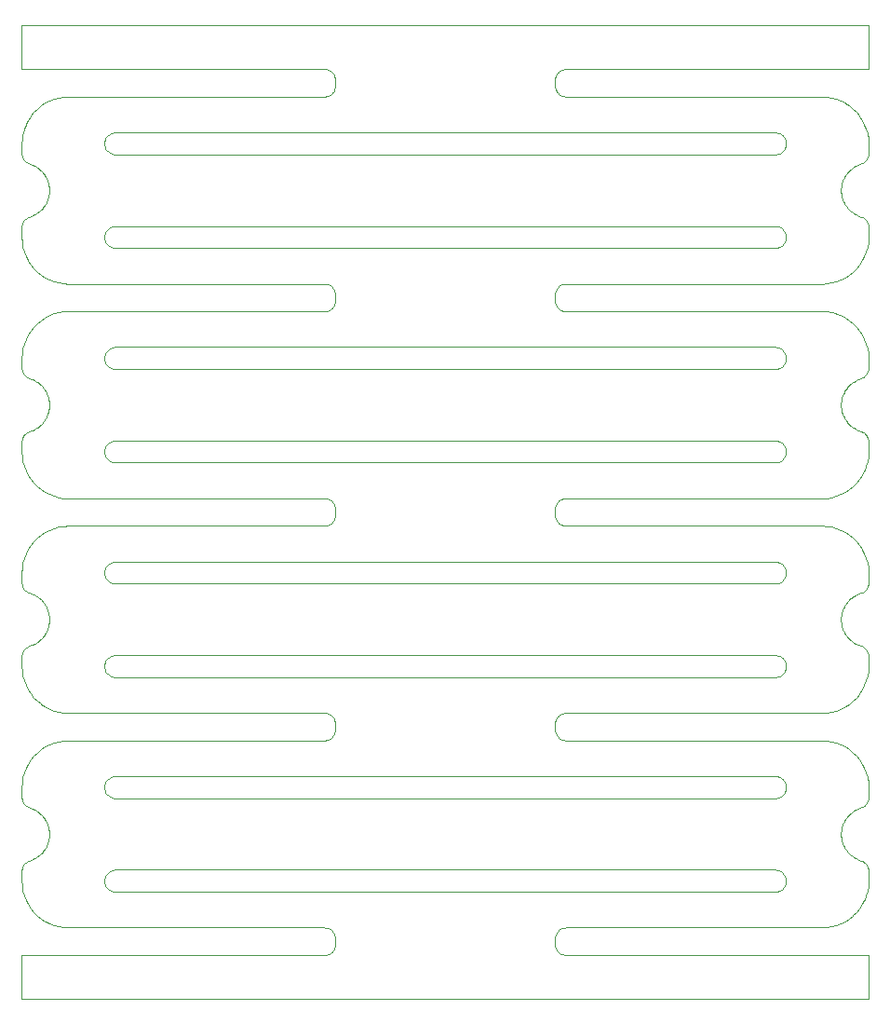
<source format=gbr>
G04 #@! TF.GenerationSoftware,KiCad,Pcbnew,5.1.5+dfsg1-2build2*
G04 #@! TF.CreationDate,2021-10-10T04:01:29+00:00*
G04 #@! TF.ProjectId,base_3.3,62617365-5f33-42e3-932e-6b696361645f,rev?*
G04 #@! TF.SameCoordinates,Original*
G04 #@! TF.FileFunction,Profile,NP*
%FSLAX46Y46*%
G04 Gerber Fmt 4.6, Leading zero omitted, Abs format (unit mm)*
G04 Created by KiCad (PCBNEW 5.1.5+dfsg1-2build2) date 2021-10-10 04:01:29*
%MOMM*%
%LPD*%
G04 APERTURE LIST*
G04 #@! TA.AperFunction,Profile*
%ADD10C,0.100000*%
G04 #@! TD*
G04 APERTURE END LIST*
D10*
X118749900Y-102715900D02*
X118651100Y-102736200D01*
X118846400Y-102685700D02*
X118749900Y-102715900D01*
X118939300Y-102645900D02*
X118846400Y-102685700D01*
X119027600Y-102596800D02*
X118939300Y-102645900D01*
X119110800Y-102538900D02*
X119027600Y-102596800D01*
X119187500Y-102473100D02*
X119110800Y-102538900D01*
X119257100Y-102399800D02*
X119187500Y-102473100D01*
X119319000Y-102319900D02*
X119257100Y-102399800D01*
X119372400Y-102234100D02*
X119319000Y-102319900D01*
X119416900Y-102143400D02*
X119372400Y-102234100D01*
X119452000Y-102048600D02*
X119416900Y-102143400D01*
X119477300Y-101950700D02*
X119452000Y-102048600D01*
X119492600Y-101850800D02*
X119477300Y-101950700D01*
X119497700Y-101749900D02*
X119492600Y-101850800D01*
X119492600Y-101649200D02*
X119497700Y-101749900D01*
X119477300Y-101549300D02*
X119492600Y-101649200D01*
X119452000Y-101451500D02*
X119477300Y-101549300D01*
X119416900Y-101356700D02*
X119452000Y-101451500D01*
X119372400Y-101266000D02*
X119416900Y-101356700D01*
X119319000Y-101180200D02*
X119372400Y-101266000D01*
X119257100Y-101100300D02*
X119319000Y-101180200D01*
X119187300Y-101026800D02*
X119257100Y-101100300D01*
X119110600Y-100961000D02*
X119187300Y-101026800D01*
X119027600Y-100903300D02*
X119110600Y-100961000D01*
X118939300Y-100854200D02*
X119027600Y-100903300D01*
X118846600Y-100814500D02*
X118939300Y-100854200D01*
X118750200Y-100784200D02*
X118846600Y-100814500D01*
X118651200Y-100763800D02*
X118750200Y-100784200D01*
X118550700Y-100753600D02*
X118651200Y-100763800D01*
X118474800Y-100751000D02*
X118550700Y-100753600D01*
X58525400Y-100751000D02*
X118474800Y-100751000D01*
X58449200Y-100753600D02*
X58525400Y-100751000D01*
X58348800Y-100763800D02*
X58449200Y-100753600D01*
X58249800Y-100784200D02*
X58348800Y-100763800D01*
X58153400Y-100814500D02*
X58249800Y-100784200D01*
X58060500Y-100854300D02*
X58153400Y-100814500D01*
X57972100Y-100903400D02*
X58060500Y-100854300D01*
X57889200Y-100961100D02*
X57972100Y-100903400D01*
X57812500Y-101027000D02*
X57889200Y-100961100D01*
X57742900Y-101100300D02*
X57812500Y-101027000D01*
X57681000Y-101180200D02*
X57742900Y-101100300D01*
X57627600Y-101266000D02*
X57681000Y-101180200D01*
X57583100Y-101356700D02*
X57627600Y-101266000D01*
X57548100Y-101451200D02*
X57583100Y-101356700D01*
X57522700Y-101549100D02*
X57548100Y-101451200D01*
X57507400Y-101649000D02*
X57522700Y-101549100D01*
X57502300Y-101749900D02*
X57507400Y-101649000D01*
X57507400Y-101850800D02*
X57502300Y-101749900D01*
X57522700Y-101950700D02*
X57507400Y-101850800D01*
X57548000Y-102048600D02*
X57522700Y-101950700D01*
X57583100Y-102143400D02*
X57548000Y-102048600D01*
X57627600Y-102234100D02*
X57583100Y-102143400D01*
X57681000Y-102319900D02*
X57627600Y-102234100D01*
X57742900Y-102399800D02*
X57681000Y-102319900D01*
X57812500Y-102473100D02*
X57742900Y-102399800D01*
X57889200Y-102538900D02*
X57812500Y-102473100D01*
X57972100Y-102596700D02*
X57889200Y-102538900D01*
X58060500Y-102645700D02*
X57972100Y-102596700D01*
X58153400Y-102685600D02*
X58060500Y-102645700D01*
X58249800Y-102715900D02*
X58153400Y-102685600D01*
X58348800Y-102736200D02*
X58249800Y-102715900D01*
X58449300Y-102746500D02*
X58348800Y-102736200D01*
X58525200Y-102749000D02*
X58449300Y-102746500D01*
X118474900Y-102749000D02*
X58525200Y-102749000D01*
X118550500Y-102746500D02*
X118474900Y-102749000D01*
X118651100Y-102736200D02*
X118550500Y-102746500D01*
X118749900Y-94215900D02*
X118651100Y-94236200D01*
X118846400Y-94185700D02*
X118749900Y-94215900D01*
X118939300Y-94145900D02*
X118846400Y-94185700D01*
X119027600Y-94096800D02*
X118939300Y-94145900D01*
X119110800Y-94038900D02*
X119027600Y-94096800D01*
X119187500Y-93973100D02*
X119110800Y-94038900D01*
X119257100Y-93899800D02*
X119187500Y-93973100D01*
X119319000Y-93819900D02*
X119257100Y-93899800D01*
X119372400Y-93734100D02*
X119319000Y-93819900D01*
X119416900Y-93643400D02*
X119372400Y-93734100D01*
X119452000Y-93548600D02*
X119416900Y-93643400D01*
X119477300Y-93450700D02*
X119452000Y-93548600D01*
X119492600Y-93350800D02*
X119477300Y-93450700D01*
X119497700Y-93249900D02*
X119492600Y-93350800D01*
X119492600Y-93149200D02*
X119497700Y-93249900D01*
X119477300Y-93049300D02*
X119492600Y-93149200D01*
X119452000Y-92951500D02*
X119477300Y-93049300D01*
X119416900Y-92856700D02*
X119452000Y-92951500D01*
X119372400Y-92766000D02*
X119416900Y-92856700D01*
X119319000Y-92680200D02*
X119372400Y-92766000D01*
X119257100Y-92600300D02*
X119319000Y-92680200D01*
X119187300Y-92526800D02*
X119257100Y-92600300D01*
X119110600Y-92461000D02*
X119187300Y-92526800D01*
X119027600Y-92403300D02*
X119110600Y-92461000D01*
X118939300Y-92354200D02*
X119027600Y-92403300D01*
X118846600Y-92314500D02*
X118939300Y-92354200D01*
X118750200Y-92284200D02*
X118846600Y-92314500D01*
X118651200Y-92263800D02*
X118750200Y-92284200D01*
X118550700Y-92253600D02*
X118651200Y-92263800D01*
X118474800Y-92251000D02*
X118550700Y-92253600D01*
X58525400Y-92251000D02*
X118474800Y-92251000D01*
X58449200Y-92253600D02*
X58525400Y-92251000D01*
X58348800Y-92263800D02*
X58449200Y-92253600D01*
X58249800Y-92284200D02*
X58348800Y-92263800D01*
X58153400Y-92314500D02*
X58249800Y-92284200D01*
X58060500Y-92354300D02*
X58153400Y-92314500D01*
X57972100Y-92403400D02*
X58060500Y-92354300D01*
X57889200Y-92461100D02*
X57972100Y-92403400D01*
X57812500Y-92527000D02*
X57889200Y-92461100D01*
X57742900Y-92600300D02*
X57812500Y-92527000D01*
X57681000Y-92680200D02*
X57742900Y-92600300D01*
X57627600Y-92766000D02*
X57681000Y-92680200D01*
X57583100Y-92856700D02*
X57627600Y-92766000D01*
X57548100Y-92951200D02*
X57583100Y-92856700D01*
X57522700Y-93049100D02*
X57548100Y-92951200D01*
X57507400Y-93149000D02*
X57522700Y-93049100D01*
X57502300Y-93249900D02*
X57507400Y-93149000D01*
X57507400Y-93350800D02*
X57502300Y-93249900D01*
X57522700Y-93450700D02*
X57507400Y-93350800D01*
X57548000Y-93548600D02*
X57522700Y-93450700D01*
X57583100Y-93643400D02*
X57548000Y-93548600D01*
X57627600Y-93734100D02*
X57583100Y-93643400D01*
X57681000Y-93819900D02*
X57627600Y-93734100D01*
X57742900Y-93899800D02*
X57681000Y-93819900D01*
X57812500Y-93973100D02*
X57742900Y-93899800D01*
X57889200Y-94038900D02*
X57812500Y-93973100D01*
X57972100Y-94096700D02*
X57889200Y-94038900D01*
X58060500Y-94145700D02*
X57972100Y-94096700D01*
X58153400Y-94185600D02*
X58060500Y-94145700D01*
X58249800Y-94215900D02*
X58153400Y-94185600D01*
X58348800Y-94236200D02*
X58249800Y-94215900D01*
X58449300Y-94246500D02*
X58348800Y-94236200D01*
X58525200Y-94249000D02*
X58449300Y-94246500D01*
X118474900Y-94249000D02*
X58525200Y-94249000D01*
X118550500Y-94246500D02*
X118474900Y-94249000D01*
X118651100Y-94236200D02*
X118550500Y-94246500D01*
X118749900Y-83215900D02*
X118651000Y-83236200D01*
X118846400Y-83185700D02*
X118749900Y-83215900D01*
X118939300Y-83145800D02*
X118846400Y-83185700D01*
X119027600Y-83096800D02*
X118939300Y-83145800D01*
X119110800Y-83038900D02*
X119027600Y-83096800D01*
X119187500Y-82973100D02*
X119110800Y-83038900D01*
X119257100Y-82899800D02*
X119187500Y-82973100D01*
X119319000Y-82819900D02*
X119257100Y-82899800D01*
X119372400Y-82734100D02*
X119319000Y-82819900D01*
X119416900Y-82643300D02*
X119372400Y-82734100D01*
X119452000Y-82548600D02*
X119416900Y-82643300D01*
X119477300Y-82450700D02*
X119452000Y-82548600D01*
X119492600Y-82350800D02*
X119477300Y-82450700D01*
X119497700Y-82249900D02*
X119492600Y-82350800D01*
X119492600Y-82149200D02*
X119497700Y-82249900D01*
X119477300Y-82049300D02*
X119492600Y-82149200D01*
X119452000Y-81951500D02*
X119477300Y-82049300D01*
X119416900Y-81856700D02*
X119452000Y-81951500D01*
X119372400Y-81765900D02*
X119416900Y-81856700D01*
X119319000Y-81680200D02*
X119372400Y-81765900D01*
X119257100Y-81600200D02*
X119319000Y-81680200D01*
X119187300Y-81526800D02*
X119257100Y-81600200D01*
X119110600Y-81461000D02*
X119187300Y-81526800D01*
X119027600Y-81403200D02*
X119110600Y-81461000D01*
X118939300Y-81354200D02*
X119027600Y-81403200D01*
X118846600Y-81314500D02*
X118939300Y-81354200D01*
X118750200Y-81284200D02*
X118846600Y-81314500D01*
X118651200Y-81263800D02*
X118750200Y-81284200D01*
X118550700Y-81253600D02*
X118651200Y-81263800D01*
X118474800Y-81251000D02*
X118550700Y-81253600D01*
X58525300Y-81251000D02*
X118474800Y-81251000D01*
X58449200Y-81253600D02*
X58525300Y-81251000D01*
X58348800Y-81263800D02*
X58449200Y-81253600D01*
X58249800Y-81284200D02*
X58348800Y-81263800D01*
X58153400Y-81314500D02*
X58249800Y-81284200D01*
X58060500Y-81354300D02*
X58153400Y-81314500D01*
X57972100Y-81403400D02*
X58060500Y-81354300D01*
X57889200Y-81461100D02*
X57972100Y-81403400D01*
X57812500Y-81527000D02*
X57889200Y-81461100D01*
X57742900Y-81600200D02*
X57812500Y-81527000D01*
X57681000Y-81680200D02*
X57742900Y-81600200D01*
X57627600Y-81765900D02*
X57681000Y-81680200D01*
X57583100Y-81856700D02*
X57627600Y-81765900D01*
X57548100Y-81951200D02*
X57583100Y-81856700D01*
X57522700Y-82049000D02*
X57548100Y-81951200D01*
X57507400Y-82148900D02*
X57522700Y-82049000D01*
X57502300Y-82249900D02*
X57507400Y-82148900D01*
X57507400Y-82350800D02*
X57502300Y-82249900D01*
X57522700Y-82450700D02*
X57507400Y-82350800D01*
X57548000Y-82548600D02*
X57522700Y-82450700D01*
X57583100Y-82643300D02*
X57548000Y-82548600D01*
X57627600Y-82734100D02*
X57583100Y-82643300D01*
X57681000Y-82819900D02*
X57627600Y-82734100D01*
X57742900Y-82899800D02*
X57681000Y-82819900D01*
X57812500Y-82973100D02*
X57742900Y-82899800D01*
X57889200Y-83038900D02*
X57812500Y-82973100D01*
X57972100Y-83096700D02*
X57889200Y-83038900D01*
X58060500Y-83145700D02*
X57972100Y-83096700D01*
X58153400Y-83185600D02*
X58060500Y-83145700D01*
X58249800Y-83215800D02*
X58153400Y-83185600D01*
X58348800Y-83236200D02*
X58249800Y-83215800D01*
X58449300Y-83246400D02*
X58348800Y-83236200D01*
X58525200Y-83249000D02*
X58449300Y-83246400D01*
X118474800Y-83249000D02*
X58525200Y-83249000D01*
X118550600Y-83246400D02*
X118474800Y-83249000D01*
X118651000Y-83236200D02*
X118550600Y-83246400D01*
X118749900Y-74715900D02*
X118651000Y-74736200D01*
X118846400Y-74685700D02*
X118749900Y-74715900D01*
X118939300Y-74645800D02*
X118846400Y-74685700D01*
X119027600Y-74596800D02*
X118939300Y-74645800D01*
X119110800Y-74538900D02*
X119027600Y-74596800D01*
X119187500Y-74473100D02*
X119110800Y-74538900D01*
X119257100Y-74399800D02*
X119187500Y-74473100D01*
X119319000Y-74319900D02*
X119257100Y-74399800D01*
X119372400Y-74234100D02*
X119319000Y-74319900D01*
X119416900Y-74143300D02*
X119372400Y-74234100D01*
X119452000Y-74048600D02*
X119416900Y-74143300D01*
X119477300Y-73950700D02*
X119452000Y-74048600D01*
X119492600Y-73850800D02*
X119477300Y-73950700D01*
X119497700Y-73749900D02*
X119492600Y-73850800D01*
X119492600Y-73649200D02*
X119497700Y-73749900D01*
X119477300Y-73549300D02*
X119492600Y-73649200D01*
X119452000Y-73451500D02*
X119477300Y-73549300D01*
X119416900Y-73356700D02*
X119452000Y-73451500D01*
X119372400Y-73265900D02*
X119416900Y-73356700D01*
X119319000Y-73180200D02*
X119372400Y-73265900D01*
X119257100Y-73100200D02*
X119319000Y-73180200D01*
X119187300Y-73026800D02*
X119257100Y-73100200D01*
X119110600Y-72961000D02*
X119187300Y-73026800D01*
X119027600Y-72903200D02*
X119110600Y-72961000D01*
X118939300Y-72854200D02*
X119027600Y-72903200D01*
X118846600Y-72814500D02*
X118939300Y-72854200D01*
X118750200Y-72784200D02*
X118846600Y-72814500D01*
X118651200Y-72763800D02*
X118750200Y-72784200D01*
X118550700Y-72753600D02*
X118651200Y-72763800D01*
X118474800Y-72751000D02*
X118550700Y-72753600D01*
X58525300Y-72751000D02*
X118474800Y-72751000D01*
X58449200Y-72753600D02*
X58525300Y-72751000D01*
X58348800Y-72763800D02*
X58449200Y-72753600D01*
X58249800Y-72784200D02*
X58348800Y-72763800D01*
X58153400Y-72814500D02*
X58249800Y-72784200D01*
X58060500Y-72854300D02*
X58153400Y-72814500D01*
X57972100Y-72903400D02*
X58060500Y-72854300D01*
X57889200Y-72961100D02*
X57972100Y-72903400D01*
X57812500Y-73027000D02*
X57889200Y-72961100D01*
X57742900Y-73100200D02*
X57812500Y-73027000D01*
X57681000Y-73180200D02*
X57742900Y-73100200D01*
X57627600Y-73265900D02*
X57681000Y-73180200D01*
X57583100Y-73356700D02*
X57627600Y-73265900D01*
X57548100Y-73451200D02*
X57583100Y-73356700D01*
X57522700Y-73549000D02*
X57548100Y-73451200D01*
X57507400Y-73648900D02*
X57522700Y-73549000D01*
X57502300Y-73749900D02*
X57507400Y-73648900D01*
X57507400Y-73850800D02*
X57502300Y-73749900D01*
X57522700Y-73950700D02*
X57507400Y-73850800D01*
X57548000Y-74048600D02*
X57522700Y-73950700D01*
X57583100Y-74143300D02*
X57548000Y-74048600D01*
X57627600Y-74234100D02*
X57583100Y-74143300D01*
X57681000Y-74319900D02*
X57627600Y-74234100D01*
X57742900Y-74399800D02*
X57681000Y-74319900D01*
X57812500Y-74473100D02*
X57742900Y-74399800D01*
X57889200Y-74538900D02*
X57812500Y-74473100D01*
X57972100Y-74596700D02*
X57889200Y-74538900D01*
X58060500Y-74645700D02*
X57972100Y-74596700D01*
X58153400Y-74685600D02*
X58060500Y-74645700D01*
X58249800Y-74715800D02*
X58153400Y-74685600D01*
X58348800Y-74736200D02*
X58249800Y-74715800D01*
X58449300Y-74746400D02*
X58348800Y-74736200D01*
X58525200Y-74749000D02*
X58449300Y-74746400D01*
X118474800Y-74749000D02*
X58525200Y-74749000D01*
X118550600Y-74746400D02*
X118474800Y-74749000D01*
X118651000Y-74736200D02*
X118550600Y-74746400D01*
X118749900Y-63715900D02*
X118651000Y-63736200D01*
X118846400Y-63685700D02*
X118749900Y-63715900D01*
X118939300Y-63645800D02*
X118846400Y-63685700D01*
X119027600Y-63596800D02*
X118939300Y-63645800D01*
X119110600Y-63539100D02*
X119027600Y-63596800D01*
X119187300Y-63473200D02*
X119110600Y-63539100D01*
X119257100Y-63399800D02*
X119187300Y-63473200D01*
X119319000Y-63319900D02*
X119257100Y-63399800D01*
X119372300Y-63234300D02*
X119319000Y-63319900D01*
X119416800Y-63143600D02*
X119372300Y-63234300D01*
X119451900Y-63048800D02*
X119416800Y-63143600D01*
X119477300Y-62951000D02*
X119451900Y-63048800D01*
X119492600Y-62851100D02*
X119477300Y-62951000D01*
X119497700Y-62750100D02*
X119492600Y-62851100D01*
X119492600Y-62649200D02*
X119497700Y-62750100D01*
X119477300Y-62549300D02*
X119492600Y-62649200D01*
X119452000Y-62451500D02*
X119477300Y-62549300D01*
X119416900Y-62356700D02*
X119452000Y-62451500D01*
X119372400Y-62265900D02*
X119416900Y-62356700D01*
X119319000Y-62180200D02*
X119372400Y-62265900D01*
X119257100Y-62100200D02*
X119319000Y-62180200D01*
X119187300Y-62026800D02*
X119257100Y-62100200D01*
X119110600Y-61960900D02*
X119187300Y-62026800D01*
X119027900Y-61903400D02*
X119110600Y-61960900D01*
X118939500Y-61854300D02*
X119027900Y-61903400D01*
X118846600Y-61814400D02*
X118939500Y-61854300D01*
X118750200Y-61784200D02*
X118846600Y-61814400D01*
X118651200Y-61763800D02*
X118750200Y-61784200D01*
X118550700Y-61753600D02*
X118651200Y-61763800D01*
X118474800Y-61751000D02*
X118550700Y-61753600D01*
X58525200Y-61751000D02*
X118474800Y-61751000D01*
X58449300Y-61753600D02*
X58525200Y-61751000D01*
X58348800Y-61763800D02*
X58449300Y-61753600D01*
X58249800Y-61784200D02*
X58348800Y-61763800D01*
X58153400Y-61814400D02*
X58249800Y-61784200D01*
X58060500Y-61854300D02*
X58153400Y-61814400D01*
X57972100Y-61903400D02*
X58060500Y-61854300D01*
X57889200Y-61961100D02*
X57972100Y-61903400D01*
X57812500Y-62027000D02*
X57889200Y-61961100D01*
X57742900Y-62100200D02*
X57812500Y-62027000D01*
X57681000Y-62180200D02*
X57742900Y-62100200D01*
X57627600Y-62265900D02*
X57681000Y-62180200D01*
X57583100Y-62356700D02*
X57627600Y-62265900D01*
X57548000Y-62451500D02*
X57583100Y-62356700D01*
X57522700Y-62549000D02*
X57548000Y-62451500D01*
X57507400Y-62648900D02*
X57522700Y-62549000D01*
X57502300Y-62749900D02*
X57507400Y-62648900D01*
X57507400Y-62850800D02*
X57502300Y-62749900D01*
X57522700Y-62950700D02*
X57507400Y-62850800D01*
X57548000Y-63048500D02*
X57522700Y-62950700D01*
X57583100Y-63143300D02*
X57548000Y-63048500D01*
X57627600Y-63234100D02*
X57583100Y-63143300D01*
X57681000Y-63319900D02*
X57627600Y-63234100D01*
X57742900Y-63399800D02*
X57681000Y-63319900D01*
X57812500Y-63473000D02*
X57742900Y-63399800D01*
X57889200Y-63538900D02*
X57812500Y-63473000D01*
X57972100Y-63596600D02*
X57889200Y-63538900D01*
X58060500Y-63645700D02*
X57972100Y-63596600D01*
X58153400Y-63685600D02*
X58060500Y-63645700D01*
X58249800Y-63715800D02*
X58153400Y-63685600D01*
X58348800Y-63736200D02*
X58249800Y-63715800D01*
X58449300Y-63746400D02*
X58348800Y-63736200D01*
X58525200Y-63749000D02*
X58449300Y-63746400D01*
X118474800Y-63749000D02*
X58525200Y-63749000D01*
X118550700Y-63746400D02*
X118474800Y-63749000D01*
X118651000Y-63736200D02*
X118550700Y-63746400D01*
X118749900Y-55215900D02*
X118651000Y-55236200D01*
X118846400Y-55185700D02*
X118749900Y-55215900D01*
X118939300Y-55145800D02*
X118846400Y-55185700D01*
X119027600Y-55096800D02*
X118939300Y-55145800D01*
X119110600Y-55039100D02*
X119027600Y-55096800D01*
X119187300Y-54973200D02*
X119110600Y-55039100D01*
X119257100Y-54899800D02*
X119187300Y-54973200D01*
X119319000Y-54819900D02*
X119257100Y-54899800D01*
X119372300Y-54734300D02*
X119319000Y-54819900D01*
X119416800Y-54643600D02*
X119372300Y-54734300D01*
X119451900Y-54548800D02*
X119416800Y-54643600D01*
X119477300Y-54451000D02*
X119451900Y-54548800D01*
X119492600Y-54351100D02*
X119477300Y-54451000D01*
X119497700Y-54250100D02*
X119492600Y-54351100D01*
X119492600Y-54149200D02*
X119497700Y-54250100D01*
X119477300Y-54049300D02*
X119492600Y-54149200D01*
X119452000Y-53951500D02*
X119477300Y-54049300D01*
X119416900Y-53856700D02*
X119452000Y-53951500D01*
X119372400Y-53765900D02*
X119416900Y-53856700D01*
X119319000Y-53680200D02*
X119372400Y-53765900D01*
X119257100Y-53600200D02*
X119319000Y-53680200D01*
X119187300Y-53526800D02*
X119257100Y-53600200D01*
X119110600Y-53460900D02*
X119187300Y-53526800D01*
X119027900Y-53403400D02*
X119110600Y-53460900D01*
X118939500Y-53354300D02*
X119027900Y-53403400D01*
X118846600Y-53314400D02*
X118939500Y-53354300D01*
X118750200Y-53284200D02*
X118846600Y-53314400D01*
X118651200Y-53263800D02*
X118750200Y-53284200D01*
X118550700Y-53253600D02*
X118651200Y-53263800D01*
X118474800Y-53251000D02*
X118550700Y-53253600D01*
X58525200Y-53251000D02*
X118474800Y-53251000D01*
X58449300Y-53253600D02*
X58525200Y-53251000D01*
X58348800Y-53263800D02*
X58449300Y-53253600D01*
X58249800Y-53284200D02*
X58348800Y-53263800D01*
X58153400Y-53314400D02*
X58249800Y-53284200D01*
X58060500Y-53354300D02*
X58153400Y-53314400D01*
X57972100Y-53403400D02*
X58060500Y-53354300D01*
X57889200Y-53461100D02*
X57972100Y-53403400D01*
X57812500Y-53527000D02*
X57889200Y-53461100D01*
X57742900Y-53600200D02*
X57812500Y-53527000D01*
X57681000Y-53680200D02*
X57742900Y-53600200D01*
X57627600Y-53765900D02*
X57681000Y-53680200D01*
X57583100Y-53856700D02*
X57627600Y-53765900D01*
X57548000Y-53951500D02*
X57583100Y-53856700D01*
X57522700Y-54049000D02*
X57548000Y-53951500D01*
X57507400Y-54148900D02*
X57522700Y-54049000D01*
X57502300Y-54249900D02*
X57507400Y-54148900D01*
X57507400Y-54350800D02*
X57502300Y-54249900D01*
X57522700Y-54450700D02*
X57507400Y-54350800D01*
X57548000Y-54548500D02*
X57522700Y-54450700D01*
X57583100Y-54643300D02*
X57548000Y-54548500D01*
X57627600Y-54734100D02*
X57583100Y-54643300D01*
X57681000Y-54819900D02*
X57627600Y-54734100D01*
X57742900Y-54899800D02*
X57681000Y-54819900D01*
X57812500Y-54973000D02*
X57742900Y-54899800D01*
X57889200Y-55038900D02*
X57812500Y-54973000D01*
X57972100Y-55096600D02*
X57889200Y-55038900D01*
X58060500Y-55145700D02*
X57972100Y-55096600D01*
X58153400Y-55185600D02*
X58060500Y-55145700D01*
X58249800Y-55215800D02*
X58153400Y-55185600D01*
X58348800Y-55236200D02*
X58249800Y-55215800D01*
X58449300Y-55246400D02*
X58348800Y-55236200D01*
X58525200Y-55249000D02*
X58449300Y-55246400D01*
X118474800Y-55249000D02*
X58525200Y-55249000D01*
X118550700Y-55246400D02*
X118474800Y-55249000D01*
X118651000Y-55236200D02*
X118550700Y-55246400D01*
X118750200Y-122215900D02*
X118650700Y-122236300D01*
X118846600Y-122185600D02*
X118750200Y-122215900D01*
X118939500Y-122145700D02*
X118846600Y-122185600D01*
X119027900Y-122096700D02*
X118939500Y-122145700D01*
X119110800Y-122038900D02*
X119027900Y-122096700D01*
X119187500Y-121973100D02*
X119110800Y-122038900D01*
X119257100Y-121899800D02*
X119187500Y-121973100D01*
X119319000Y-121819900D02*
X119257100Y-121899800D01*
X119372400Y-121734100D02*
X119319000Y-121819900D01*
X119416900Y-121643400D02*
X119372400Y-121734100D01*
X119452000Y-121548600D02*
X119416900Y-121643400D01*
X119477300Y-121450800D02*
X119452000Y-121548600D01*
X119492600Y-121350900D02*
X119477300Y-121450800D01*
X119497700Y-121249900D02*
X119492600Y-121350900D01*
X119492600Y-121149300D02*
X119497700Y-121249900D01*
X119477300Y-121049300D02*
X119492600Y-121149300D01*
X119452000Y-120951500D02*
X119477300Y-121049300D01*
X119416900Y-120856700D02*
X119452000Y-120951500D01*
X119372400Y-120766000D02*
X119416900Y-120856700D01*
X119319000Y-120680200D02*
X119372400Y-120766000D01*
X119257100Y-120600300D02*
X119319000Y-120680200D01*
X119187300Y-120526800D02*
X119257100Y-120600300D01*
X119110600Y-120461000D02*
X119187300Y-120526800D01*
X119027600Y-120403300D02*
X119110600Y-120461000D01*
X118939300Y-120354200D02*
X119027600Y-120403300D01*
X118846600Y-120314500D02*
X118939300Y-120354200D01*
X118750200Y-120284200D02*
X118846600Y-120314500D01*
X118651200Y-120263900D02*
X118750200Y-120284200D01*
X118550700Y-120253600D02*
X118651200Y-120263900D01*
X118474800Y-120251100D02*
X118550700Y-120253600D01*
X58525000Y-120251100D02*
X118474800Y-120251100D01*
X58449600Y-120253600D02*
X58525000Y-120251100D01*
X58348800Y-120263900D02*
X58449600Y-120253600D01*
X58249800Y-120284200D02*
X58348800Y-120263900D01*
X58153400Y-120314500D02*
X58249800Y-120284200D01*
X58060500Y-120354400D02*
X58153400Y-120314500D01*
X57972100Y-120403400D02*
X58060500Y-120354400D01*
X57889200Y-120461200D02*
X57972100Y-120403400D01*
X57812500Y-120527000D02*
X57889200Y-120461200D01*
X57742900Y-120600300D02*
X57812500Y-120527000D01*
X57681000Y-120680200D02*
X57742900Y-120600300D01*
X57627600Y-120766000D02*
X57681000Y-120680200D01*
X57583100Y-120856700D02*
X57627600Y-120766000D01*
X57548100Y-120951200D02*
X57583100Y-120856700D01*
X57522700Y-121049100D02*
X57548100Y-120951200D01*
X57507400Y-121149000D02*
X57522700Y-121049100D01*
X57502300Y-121249900D02*
X57507400Y-121149000D01*
X57507400Y-121350900D02*
X57502300Y-121249900D01*
X57522700Y-121450800D02*
X57507400Y-121350900D01*
X57548000Y-121548600D02*
X57522700Y-121450800D01*
X57583100Y-121643400D02*
X57548000Y-121548600D01*
X57627600Y-121734100D02*
X57583100Y-121643400D01*
X57681000Y-121819900D02*
X57627600Y-121734100D01*
X57742900Y-121899800D02*
X57681000Y-121819900D01*
X57812500Y-121973100D02*
X57742900Y-121899800D01*
X57889200Y-122038900D02*
X57812500Y-121973100D01*
X57972100Y-122096700D02*
X57889200Y-122038900D01*
X58060500Y-122145700D02*
X57972100Y-122096700D01*
X58153400Y-122185600D02*
X58060500Y-122145700D01*
X58249800Y-122215900D02*
X58153400Y-122185600D01*
X58348800Y-122236200D02*
X58249800Y-122215900D01*
X58449300Y-122246500D02*
X58348800Y-122236200D01*
X58525200Y-122249100D02*
X58449300Y-122246500D01*
X118474500Y-122249100D02*
X58525200Y-122249100D01*
X118550900Y-122246500D02*
X118474500Y-122249100D01*
X118650700Y-122236300D02*
X118550900Y-122246500D01*
X118750200Y-113715900D02*
X118650700Y-113736300D01*
X118846600Y-113685600D02*
X118750200Y-113715900D01*
X118939500Y-113645700D02*
X118846600Y-113685600D01*
X119027900Y-113596700D02*
X118939500Y-113645700D01*
X119110800Y-113538900D02*
X119027900Y-113596700D01*
X119187500Y-113473100D02*
X119110800Y-113538900D01*
X119257100Y-113399800D02*
X119187500Y-113473100D01*
X119319000Y-113319900D02*
X119257100Y-113399800D01*
X119372400Y-113234100D02*
X119319000Y-113319900D01*
X119416900Y-113143400D02*
X119372400Y-113234100D01*
X119452000Y-113048600D02*
X119416900Y-113143400D01*
X119477300Y-112950800D02*
X119452000Y-113048600D01*
X119492600Y-112850900D02*
X119477300Y-112950800D01*
X119497700Y-112749900D02*
X119492600Y-112850900D01*
X119492600Y-112649300D02*
X119497700Y-112749900D01*
X119477300Y-112549300D02*
X119492600Y-112649300D01*
X119452000Y-112451500D02*
X119477300Y-112549300D01*
X119416900Y-112356700D02*
X119452000Y-112451500D01*
X119372400Y-112266000D02*
X119416900Y-112356700D01*
X119319000Y-112180200D02*
X119372400Y-112266000D01*
X119257100Y-112100300D02*
X119319000Y-112180200D01*
X119187300Y-112026800D02*
X119257100Y-112100300D01*
X119110600Y-111961000D02*
X119187300Y-112026800D01*
X119027600Y-111903300D02*
X119110600Y-111961000D01*
X118939300Y-111854200D02*
X119027600Y-111903300D01*
X118846600Y-111814500D02*
X118939300Y-111854200D01*
X118750200Y-111784200D02*
X118846600Y-111814500D01*
X118651200Y-111763900D02*
X118750200Y-111784200D01*
X118550700Y-111753600D02*
X118651200Y-111763900D01*
X118474800Y-111751100D02*
X118550700Y-111753600D01*
X58525000Y-111751100D02*
X118474800Y-111751100D01*
X58449600Y-111753600D02*
X58525000Y-111751100D01*
X58348800Y-111763900D02*
X58449600Y-111753600D01*
X58249800Y-111784200D02*
X58348800Y-111763900D01*
X58153400Y-111814500D02*
X58249800Y-111784200D01*
X58060500Y-111854400D02*
X58153400Y-111814500D01*
X57972100Y-111903400D02*
X58060500Y-111854400D01*
X57889200Y-111961200D02*
X57972100Y-111903400D01*
X57812500Y-112027000D02*
X57889200Y-111961200D01*
X57742900Y-112100300D02*
X57812500Y-112027000D01*
X57681000Y-112180200D02*
X57742900Y-112100300D01*
X57627600Y-112266000D02*
X57681000Y-112180200D01*
X57583100Y-112356700D02*
X57627600Y-112266000D01*
X57548100Y-112451200D02*
X57583100Y-112356700D01*
X57522700Y-112549100D02*
X57548100Y-112451200D01*
X57507400Y-112649000D02*
X57522700Y-112549100D01*
X57502300Y-112749900D02*
X57507400Y-112649000D01*
X57507400Y-112850900D02*
X57502300Y-112749900D01*
X57522700Y-112950800D02*
X57507400Y-112850900D01*
X57548000Y-113048600D02*
X57522700Y-112950800D01*
X57583100Y-113143400D02*
X57548000Y-113048600D01*
X57627600Y-113234100D02*
X57583100Y-113143400D01*
X57681000Y-113319900D02*
X57627600Y-113234100D01*
X57742900Y-113399800D02*
X57681000Y-113319900D01*
X57812500Y-113473100D02*
X57742900Y-113399800D01*
X57889200Y-113538900D02*
X57812500Y-113473100D01*
X57972100Y-113596700D02*
X57889200Y-113538900D01*
X58060500Y-113645700D02*
X57972100Y-113596700D01*
X58153400Y-113685600D02*
X58060500Y-113645700D01*
X58249800Y-113715900D02*
X58153400Y-113685600D01*
X58348800Y-113736200D02*
X58249800Y-113715900D01*
X58449300Y-113746500D02*
X58348800Y-113736200D01*
X58525200Y-113749100D02*
X58449300Y-113746500D01*
X118474500Y-113749100D02*
X58525200Y-113749100D01*
X118550900Y-113746500D02*
X118474500Y-113749100D01*
X118650700Y-113736300D02*
X118550900Y-113746500D01*
X126976500Y-43499000D02*
X50009200Y-43499700D01*
X126991800Y-43499800D02*
X126976500Y-43499000D01*
X126997700Y-43503000D02*
X126991800Y-43499800D01*
X127000200Y-43508200D02*
X126997700Y-43503000D01*
X127001000Y-43523500D02*
X127000200Y-43508200D01*
X127001000Y-47475500D02*
X127001000Y-43523500D01*
X126999700Y-47492700D02*
X127001000Y-47475500D01*
X126996300Y-47497400D02*
X126999700Y-47492700D01*
X126991800Y-47499200D02*
X126996300Y-47497400D01*
X99491300Y-47500000D02*
X126991800Y-47499200D01*
X99394000Y-47504800D02*
X99491300Y-47500000D01*
X99297900Y-47519000D02*
X99394000Y-47504800D01*
X99203600Y-47542600D02*
X99297900Y-47519000D01*
X99112200Y-47575400D02*
X99203600Y-47542600D01*
X99024300Y-47616900D02*
X99112200Y-47575400D01*
X98941000Y-47666900D02*
X99024300Y-47616900D01*
X98863000Y-47724700D02*
X98941000Y-47666900D01*
X98791000Y-47790000D02*
X98863000Y-47724700D01*
X98725700Y-47862000D02*
X98791000Y-47790000D01*
X98667900Y-47940000D02*
X98725700Y-47862000D01*
X98617900Y-48023300D02*
X98667900Y-47940000D01*
X98576400Y-48111100D02*
X98617900Y-48023300D01*
X98543700Y-48202600D02*
X98576400Y-48111100D01*
X98520000Y-48296900D02*
X98543700Y-48202600D01*
X98505800Y-48393000D02*
X98520000Y-48296900D01*
X98501000Y-48490200D02*
X98505800Y-48393000D01*
X98501000Y-49008800D02*
X98501000Y-48490200D01*
X98505800Y-49106000D02*
X98501000Y-49008800D01*
X98520000Y-49202100D02*
X98505800Y-49106000D01*
X98543700Y-49296400D02*
X98520000Y-49202100D01*
X98576400Y-49387900D02*
X98543700Y-49296400D01*
X98617900Y-49475700D02*
X98576400Y-49387900D01*
X98667900Y-49559000D02*
X98617900Y-49475700D01*
X98725700Y-49637000D02*
X98667900Y-49559000D01*
X98791000Y-49709000D02*
X98725700Y-49637000D01*
X98863000Y-49774300D02*
X98791000Y-49709000D01*
X98941000Y-49832100D02*
X98863000Y-49774300D01*
X99024300Y-49882100D02*
X98941000Y-49832100D01*
X99112200Y-49923600D02*
X99024300Y-49882100D01*
X99203600Y-49956400D02*
X99112200Y-49923600D01*
X99297900Y-49980000D02*
X99203600Y-49956400D01*
X99394000Y-49994200D02*
X99297900Y-49980000D01*
X99491300Y-49999000D02*
X99394000Y-49994200D01*
X122743400Y-49999000D02*
X99491300Y-49999000D01*
X123194100Y-50022600D02*
X122743400Y-49999000D01*
X123633500Y-50092200D02*
X123194100Y-50022600D01*
X124063300Y-50207300D02*
X123633500Y-50092200D01*
X124466700Y-50361800D02*
X124063300Y-50207300D01*
X124490700Y-50372500D02*
X124466700Y-50361800D01*
X124863800Y-50562500D02*
X124490700Y-50372500D01*
X124886500Y-50575700D02*
X124863800Y-50562500D01*
X125248700Y-50811300D02*
X124886500Y-50575700D01*
X125594100Y-51091000D02*
X125248700Y-50811300D01*
X125908700Y-51405600D02*
X125594100Y-51091000D01*
X126180800Y-51741100D02*
X125908700Y-51405600D01*
X126196300Y-51762300D02*
X126180800Y-51741100D01*
X126424300Y-52113500D02*
X126196300Y-51762300D01*
X126437400Y-52136200D02*
X126424300Y-52113500D01*
X126633300Y-52521400D02*
X126437400Y-52136200D01*
X126792500Y-52936300D02*
X126633300Y-52521400D01*
X126907700Y-53366000D02*
X126792500Y-52936300D01*
X126975700Y-53792600D02*
X126907700Y-53366000D01*
X126978400Y-53818800D02*
X126975700Y-53792600D01*
X127001000Y-54256500D02*
X126978400Y-53818800D01*
X127001000Y-55139700D02*
X127001000Y-54256500D01*
X126995900Y-55244100D02*
X127001000Y-55139700D01*
X126981400Y-55341600D02*
X126995900Y-55244100D01*
X126957200Y-55437700D02*
X126981400Y-55341600D01*
X126923900Y-55530500D02*
X126957200Y-55437700D01*
X126887300Y-55608200D02*
X126923900Y-55530500D01*
X126875600Y-55630000D02*
X126887300Y-55608200D01*
X126823700Y-55713800D02*
X126875600Y-55630000D01*
X126772100Y-55782500D02*
X126823700Y-55713800D01*
X126714100Y-55846600D02*
X126772100Y-55782500D01*
X126696500Y-55864100D02*
X126714100Y-55846600D01*
X126632400Y-55921400D02*
X126696500Y-55864100D01*
X126562800Y-55973000D02*
X126632400Y-55921400D01*
X126468400Y-56030200D02*
X126562800Y-55973000D01*
X126379100Y-56072000D02*
X126468400Y-56030200D01*
X126100100Y-56170700D02*
X126379100Y-56072000D01*
X126009400Y-56207800D02*
X126100100Y-56170700D01*
X125875300Y-56270600D02*
X126009400Y-56207800D01*
X125788700Y-56316400D02*
X125875300Y-56270600D01*
X125661400Y-56392000D02*
X125788700Y-56316400D01*
X125579800Y-56446200D02*
X125661400Y-56392000D01*
X125460600Y-56533900D02*
X125579800Y-56446200D01*
X125384600Y-56595900D02*
X125460600Y-56533900D01*
X125274600Y-56694900D02*
X125384600Y-56595900D01*
X125205100Y-56764000D02*
X125274600Y-56694900D01*
X125105400Y-56873400D02*
X125205100Y-56764000D01*
X125043000Y-56949000D02*
X125105400Y-56873400D01*
X124954500Y-57067700D02*
X125043000Y-56949000D01*
X124899900Y-57149100D02*
X124954500Y-57067700D01*
X124823600Y-57275900D02*
X124899900Y-57149100D01*
X124777200Y-57362300D02*
X124823600Y-57275900D01*
X124713700Y-57496000D02*
X124777200Y-57362300D01*
X124676000Y-57586500D02*
X124713700Y-57496000D01*
X124626000Y-57725800D02*
X124676000Y-57586500D01*
X124597400Y-57819500D02*
X124626000Y-57725800D01*
X124561300Y-57963100D02*
X124597400Y-57819500D01*
X124542200Y-58059200D02*
X124561300Y-57963100D01*
X124520400Y-58205600D02*
X124542200Y-58059200D01*
X124510700Y-58303100D02*
X124520400Y-58205600D01*
X124503400Y-58451000D02*
X124510700Y-58303100D01*
X124503400Y-58549000D02*
X124503400Y-58451000D01*
X124510700Y-58696900D02*
X124503400Y-58549000D01*
X124520400Y-58794400D02*
X124510700Y-58696900D01*
X124542200Y-58940800D02*
X124520400Y-58794400D01*
X124561300Y-59036900D02*
X124542200Y-58940800D01*
X124597400Y-59180500D02*
X124561300Y-59036900D01*
X124626000Y-59274200D02*
X124597400Y-59180500D01*
X124676000Y-59413500D02*
X124626000Y-59274200D01*
X124713700Y-59504000D02*
X124676000Y-59413500D01*
X124777200Y-59637700D02*
X124713700Y-59504000D01*
X124823600Y-59724100D02*
X124777200Y-59637700D01*
X124899900Y-59850900D02*
X124823600Y-59724100D01*
X124954500Y-59932300D02*
X124899900Y-59850900D01*
X125043000Y-60051000D02*
X124954500Y-59932300D01*
X125105400Y-60126600D02*
X125043000Y-60051000D01*
X125205100Y-60236000D02*
X125105400Y-60126600D01*
X125274600Y-60305100D02*
X125205100Y-60236000D01*
X125384600Y-60404100D02*
X125274600Y-60305100D01*
X125460600Y-60466100D02*
X125384600Y-60404100D01*
X125579800Y-60553800D02*
X125460600Y-60466100D01*
X125661500Y-60608000D02*
X125579800Y-60553800D01*
X125788700Y-60683600D02*
X125661500Y-60608000D01*
X125875300Y-60729500D02*
X125788700Y-60683600D01*
X126009400Y-60792200D02*
X125875300Y-60729500D01*
X126100100Y-60829300D02*
X126009400Y-60792200D01*
X126378700Y-60927800D02*
X126100100Y-60829300D01*
X126457100Y-60964100D02*
X126378700Y-60927800D01*
X126478900Y-60975700D02*
X126457100Y-60964100D01*
X126552700Y-61019900D02*
X126478900Y-60975700D01*
X126622500Y-61070900D02*
X126552700Y-61019900D01*
X126641700Y-61086500D02*
X126622500Y-61070900D01*
X126705400Y-61144300D02*
X126641700Y-61086500D01*
X126763800Y-61207900D02*
X126705400Y-61144300D01*
X126779400Y-61226800D02*
X126763800Y-61207900D01*
X126837500Y-61306700D02*
X126779400Y-61226800D01*
X126881600Y-61380600D02*
X126837500Y-61306700D01*
X126918900Y-61458500D02*
X126881600Y-61380600D01*
X126928400Y-61481300D02*
X126918900Y-61458500D01*
X126960600Y-61574500D02*
X126928400Y-61481300D01*
X126981400Y-61658400D02*
X126960600Y-61574500D01*
X126996700Y-61767700D02*
X126981400Y-61658400D01*
X127001000Y-61860300D02*
X126996700Y-61767700D01*
X127001000Y-62743400D02*
X127001000Y-61860300D01*
X126977400Y-63194100D02*
X127001000Y-62743400D01*
X126907800Y-63633500D02*
X126977400Y-63194100D01*
X126792700Y-64063300D02*
X126907800Y-63633500D01*
X126633000Y-64479200D02*
X126792700Y-64063300D01*
X126431000Y-64875600D02*
X126633000Y-64479200D01*
X126196300Y-65237600D02*
X126431000Y-64875600D01*
X126180900Y-65258900D02*
X126196300Y-65237600D01*
X125917400Y-65584200D02*
X126180900Y-65258900D01*
X125899800Y-65603800D02*
X125917400Y-65584200D01*
X125594400Y-65908700D02*
X125899800Y-65603800D01*
X125258900Y-66180800D02*
X125594400Y-65908700D01*
X125237700Y-66196300D02*
X125258900Y-66180800D01*
X124875500Y-66431100D02*
X125237700Y-66196300D01*
X124490500Y-66627600D02*
X124875500Y-66431100D01*
X124466800Y-66638200D02*
X124490500Y-66627600D01*
X124063700Y-66792500D02*
X124466800Y-66638200D01*
X123634000Y-66907700D02*
X124063700Y-66792500D01*
X123194500Y-66977300D02*
X123634000Y-66907700D01*
X122749900Y-67000900D02*
X123194500Y-66977300D01*
X99491300Y-67001000D02*
X122749900Y-67000900D01*
X99394000Y-67005800D02*
X99491300Y-67001000D01*
X99297900Y-67020000D02*
X99394000Y-67005800D01*
X99203600Y-67043600D02*
X99297900Y-67020000D01*
X99112200Y-67076400D02*
X99203600Y-67043600D01*
X99024300Y-67117900D02*
X99112200Y-67076400D01*
X98941000Y-67167900D02*
X99024300Y-67117900D01*
X98863000Y-67225700D02*
X98941000Y-67167900D01*
X98791000Y-67291000D02*
X98863000Y-67225700D01*
X98725700Y-67363000D02*
X98791000Y-67291000D01*
X98667900Y-67441000D02*
X98725700Y-67363000D01*
X98617900Y-67524300D02*
X98667900Y-67441000D01*
X98576400Y-67612100D02*
X98617900Y-67524300D01*
X98543700Y-67703600D02*
X98576400Y-67612100D01*
X98520000Y-67797900D02*
X98543700Y-67703600D01*
X98505800Y-67894000D02*
X98520000Y-67797900D01*
X98501000Y-67991200D02*
X98505800Y-67894000D01*
X98501000Y-68508800D02*
X98501000Y-67991200D01*
X98505800Y-68606000D02*
X98501000Y-68508800D01*
X98520000Y-68702100D02*
X98505800Y-68606000D01*
X98543700Y-68796400D02*
X98520000Y-68702100D01*
X98576400Y-68887900D02*
X98543700Y-68796400D01*
X98617900Y-68975700D02*
X98576400Y-68887900D01*
X98667900Y-69059000D02*
X98617900Y-68975700D01*
X98725700Y-69137000D02*
X98667900Y-69059000D01*
X98791000Y-69209000D02*
X98725700Y-69137000D01*
X98863000Y-69274300D02*
X98791000Y-69209000D01*
X98941000Y-69332200D02*
X98863000Y-69274300D01*
X99024300Y-69382100D02*
X98941000Y-69332200D01*
X99112200Y-69423600D02*
X99024300Y-69382100D01*
X99203600Y-69456400D02*
X99112200Y-69423600D01*
X99297900Y-69480000D02*
X99203600Y-69456400D01*
X99394000Y-69494200D02*
X99297900Y-69480000D01*
X99491300Y-69499000D02*
X99394000Y-69494200D01*
X122743400Y-69499000D02*
X99491300Y-69499000D01*
X123194600Y-69522700D02*
X122743400Y-69499000D01*
X123634000Y-69592300D02*
X123194600Y-69522700D01*
X124050900Y-69703700D02*
X123634000Y-69592300D01*
X124075900Y-69711800D02*
X124050900Y-69703700D01*
X124466700Y-69861800D02*
X124075900Y-69711800D01*
X124490700Y-69872500D02*
X124466700Y-69861800D01*
X124875100Y-70068700D02*
X124490700Y-69872500D01*
X125237600Y-70303700D02*
X124875100Y-70068700D01*
X125258900Y-70319200D02*
X125237600Y-70303700D01*
X125594100Y-70591000D02*
X125258900Y-70319200D01*
X125908700Y-70905600D02*
X125594100Y-70591000D01*
X126189000Y-71251800D02*
X125908700Y-70905600D01*
X126424300Y-71613500D02*
X126189000Y-71251800D01*
X126437400Y-71636200D02*
X126424300Y-71613500D01*
X126633300Y-72021400D02*
X126437400Y-71636200D01*
X126792500Y-72436300D02*
X126633300Y-72021400D01*
X126907700Y-72866000D02*
X126792500Y-72436300D01*
X126975700Y-73292700D02*
X126907700Y-72866000D01*
X126978400Y-73318800D02*
X126975700Y-73292700D01*
X127000900Y-73750100D02*
X126978400Y-73318800D01*
X127001000Y-74639900D02*
X127000900Y-73750100D01*
X126996800Y-74732000D02*
X127001000Y-74639900D01*
X126994300Y-74756600D02*
X126996800Y-74732000D01*
X126981300Y-74842100D02*
X126994300Y-74756600D01*
X126957300Y-74937200D02*
X126981300Y-74842100D01*
X126928400Y-75018700D02*
X126957300Y-74937200D01*
X126918900Y-75041500D02*
X126928400Y-75018700D01*
X126881500Y-75119500D02*
X126918900Y-75041500D01*
X126830900Y-75203500D02*
X126881500Y-75119500D01*
X126772100Y-75282600D02*
X126830900Y-75203500D01*
X126714100Y-75346600D02*
X126772100Y-75282600D01*
X126696500Y-75364100D02*
X126714100Y-75346600D01*
X126632100Y-75421700D02*
X126696500Y-75364100D01*
X126552700Y-75480100D02*
X126632100Y-75421700D01*
X126457300Y-75535800D02*
X126552700Y-75480100D01*
X126378600Y-75572200D02*
X126457300Y-75535800D01*
X126100100Y-75670700D02*
X126378600Y-75572200D01*
X126009400Y-75707800D02*
X126100100Y-75670700D01*
X125875300Y-75770600D02*
X126009400Y-75707800D01*
X125788700Y-75816400D02*
X125875300Y-75770600D01*
X125661400Y-75892000D02*
X125788700Y-75816400D01*
X125579800Y-75946200D02*
X125661400Y-75892000D01*
X125460600Y-76033900D02*
X125579800Y-75946200D01*
X125384600Y-76095900D02*
X125460600Y-76033900D01*
X125274600Y-76194900D02*
X125384600Y-76095900D01*
X125205100Y-76264000D02*
X125274600Y-76194900D01*
X125105400Y-76373400D02*
X125205100Y-76264000D01*
X125043000Y-76449000D02*
X125105400Y-76373400D01*
X124954500Y-76567700D02*
X125043000Y-76449000D01*
X124899900Y-76649100D02*
X124954500Y-76567700D01*
X124823600Y-76775900D02*
X124899900Y-76649100D01*
X124777200Y-76862300D02*
X124823600Y-76775900D01*
X124713700Y-76996000D02*
X124777200Y-76862300D01*
X124676000Y-77086500D02*
X124713700Y-76996000D01*
X124626000Y-77225800D02*
X124676000Y-77086500D01*
X124597400Y-77319500D02*
X124626000Y-77225800D01*
X124561300Y-77463100D02*
X124597400Y-77319500D01*
X124542200Y-77559200D02*
X124561300Y-77463100D01*
X124520400Y-77705600D02*
X124542200Y-77559200D01*
X124510700Y-77803200D02*
X124520400Y-77705600D01*
X124503400Y-77951000D02*
X124510700Y-77803200D01*
X124503400Y-78049000D02*
X124503400Y-77951000D01*
X124510700Y-78196900D02*
X124503400Y-78049000D01*
X124520400Y-78294400D02*
X124510700Y-78196900D01*
X124542200Y-78440800D02*
X124520400Y-78294400D01*
X124561300Y-78536900D02*
X124542200Y-78440800D01*
X124597400Y-78680500D02*
X124561300Y-78536900D01*
X124626000Y-78774200D02*
X124597400Y-78680500D01*
X124676000Y-78913600D02*
X124626000Y-78774200D01*
X124713700Y-79004100D02*
X124676000Y-78913600D01*
X124777200Y-79137800D02*
X124713700Y-79004100D01*
X124823600Y-79224100D02*
X124777200Y-79137800D01*
X124899900Y-79350900D02*
X124823600Y-79224100D01*
X124954500Y-79432300D02*
X124899900Y-79350900D01*
X125043000Y-79551000D02*
X124954500Y-79432300D01*
X125105400Y-79626600D02*
X125043000Y-79551000D01*
X125205100Y-79736000D02*
X125105400Y-79626600D01*
X125274600Y-79805100D02*
X125205100Y-79736000D01*
X125384600Y-79904200D02*
X125274600Y-79805100D01*
X125460600Y-79966100D02*
X125384600Y-79904200D01*
X125579800Y-80053900D02*
X125460600Y-79966100D01*
X125661500Y-80108000D02*
X125579800Y-80053900D01*
X125788700Y-80183600D02*
X125661500Y-80108000D01*
X125875300Y-80229500D02*
X125788700Y-80183600D01*
X126009400Y-80292200D02*
X125875300Y-80229500D01*
X126100100Y-80329300D02*
X126009400Y-80292200D01*
X126379100Y-80428000D02*
X126100100Y-80329300D01*
X126468400Y-80469800D02*
X126379100Y-80428000D01*
X126562800Y-80527000D02*
X126468400Y-80469800D01*
X126641700Y-80586500D02*
X126562800Y-80527000D01*
X126705400Y-80644300D02*
X126641700Y-80586500D01*
X126763800Y-80707900D02*
X126705400Y-80644300D01*
X126779500Y-80727000D02*
X126763800Y-80707900D01*
X126830700Y-80796100D02*
X126779500Y-80727000D01*
X126881800Y-80881000D02*
X126830700Y-80796100D01*
X126924100Y-80970100D02*
X126881800Y-80881000D01*
X126957400Y-81062800D02*
X126924100Y-80970100D01*
X126981400Y-81158400D02*
X126957400Y-81062800D01*
X126994300Y-81243400D02*
X126981400Y-81158400D01*
X126996800Y-81268000D02*
X126994300Y-81243400D01*
X127001000Y-81360300D02*
X126996800Y-81268000D01*
X127000900Y-82249900D02*
X127001000Y-81360300D01*
X126977300Y-82694600D02*
X127000900Y-82249900D01*
X126907700Y-83134100D02*
X126977300Y-82694600D01*
X126796400Y-83550900D02*
X126907700Y-83134100D01*
X126788200Y-83575900D02*
X126796400Y-83550900D01*
X126638200Y-83966800D02*
X126788200Y-83575900D01*
X126627500Y-83990800D02*
X126638200Y-83966800D01*
X126431300Y-84375100D02*
X126627500Y-83990800D01*
X126196300Y-84737600D02*
X126431300Y-84375100D01*
X126180900Y-84758900D02*
X126196300Y-84737600D01*
X125909000Y-85094100D02*
X126180900Y-84758900D01*
X125594400Y-85408700D02*
X125909000Y-85094100D01*
X125248700Y-85688700D02*
X125594400Y-85408700D01*
X124875100Y-85931300D02*
X125248700Y-85688700D01*
X124478600Y-86133300D02*
X124875100Y-85931300D01*
X124075900Y-86288200D02*
X124478600Y-86133300D01*
X124050900Y-86296400D02*
X124075900Y-86288200D01*
X123634000Y-86407700D02*
X124050900Y-86296400D01*
X123207400Y-86475700D02*
X123634000Y-86407700D01*
X123181200Y-86478400D02*
X123207400Y-86475700D01*
X122749900Y-86500900D02*
X123181200Y-86478400D01*
X99491300Y-86501000D02*
X122749900Y-86500900D01*
X99394000Y-86505800D02*
X99491300Y-86501000D01*
X99297900Y-86520000D02*
X99394000Y-86505800D01*
X99203600Y-86543700D02*
X99297900Y-86520000D01*
X99112200Y-86576400D02*
X99203600Y-86543700D01*
X99024300Y-86617900D02*
X99112200Y-86576400D01*
X98941000Y-86667900D02*
X99024300Y-86617900D01*
X98863000Y-86725700D02*
X98941000Y-86667900D01*
X98791000Y-86791000D02*
X98863000Y-86725700D01*
X98725700Y-86863000D02*
X98791000Y-86791000D01*
X98667900Y-86941000D02*
X98725700Y-86863000D01*
X98617900Y-87024300D02*
X98667900Y-86941000D01*
X98576400Y-87112200D02*
X98617900Y-87024300D01*
X98543700Y-87203600D02*
X98576400Y-87112200D01*
X98520000Y-87297900D02*
X98543700Y-87203600D01*
X98505800Y-87394000D02*
X98520000Y-87297900D01*
X98501000Y-87491300D02*
X98505800Y-87394000D01*
X98501000Y-88008800D02*
X98501000Y-87491300D01*
X98505800Y-88106000D02*
X98501000Y-88008800D01*
X98520000Y-88202100D02*
X98505800Y-88106000D01*
X98543700Y-88296400D02*
X98520000Y-88202100D01*
X98576400Y-88387900D02*
X98543700Y-88296400D01*
X98617900Y-88475700D02*
X98576400Y-88387900D01*
X98667900Y-88559000D02*
X98617900Y-88475700D01*
X98725700Y-88637100D02*
X98667900Y-88559000D01*
X98791000Y-88709000D02*
X98725700Y-88637100D01*
X98863000Y-88774300D02*
X98791000Y-88709000D01*
X98941000Y-88832200D02*
X98863000Y-88774300D01*
X99024300Y-88882100D02*
X98941000Y-88832200D01*
X99112200Y-88923600D02*
X99024300Y-88882100D01*
X99203600Y-88956400D02*
X99112200Y-88923600D01*
X99297900Y-88980000D02*
X99203600Y-88956400D01*
X99394000Y-88994200D02*
X99297900Y-88980000D01*
X99491300Y-88999000D02*
X99394000Y-88994200D01*
X122749900Y-88999100D02*
X99491300Y-88999000D01*
X123181200Y-89021600D02*
X122749900Y-88999100D01*
X123207300Y-89024400D02*
X123181200Y-89021600D01*
X123633500Y-89092200D02*
X123207300Y-89024400D01*
X124050900Y-89203700D02*
X123633500Y-89092200D01*
X124075900Y-89211800D02*
X124050900Y-89203700D01*
X124478700Y-89366800D02*
X124075900Y-89211800D01*
X124875600Y-89569000D02*
X124478700Y-89366800D01*
X125248700Y-89811400D02*
X124875600Y-89569000D01*
X125584200Y-90082600D02*
X125248700Y-89811400D01*
X125603800Y-90100200D02*
X125584200Y-90082600D01*
X125899800Y-90396200D02*
X125603800Y-90100200D01*
X125917400Y-90415800D02*
X125899800Y-90396200D01*
X126188700Y-90751400D02*
X125917400Y-90415800D01*
X126424300Y-91113500D02*
X126188700Y-90751400D01*
X126437400Y-91136200D02*
X126424300Y-91113500D01*
X126633100Y-91520900D02*
X126437400Y-91136200D01*
X126792500Y-91936300D02*
X126633100Y-91520900D01*
X126907700Y-92366000D02*
X126792500Y-91936300D01*
X126977400Y-92806000D02*
X126907700Y-92366000D01*
X127000900Y-93250200D02*
X126977400Y-92806000D01*
X127001000Y-94139700D02*
X127000900Y-93250200D01*
X126996800Y-94232000D02*
X127001000Y-94139700D01*
X126994300Y-94256700D02*
X126996800Y-94232000D01*
X126981400Y-94341700D02*
X126994300Y-94256700D01*
X126957300Y-94437300D02*
X126981400Y-94341700D01*
X126924000Y-94530000D02*
X126957300Y-94437300D01*
X126881500Y-94619500D02*
X126924000Y-94530000D01*
X126830700Y-94703900D02*
X126881500Y-94619500D01*
X126779600Y-94773000D02*
X126830700Y-94703900D01*
X126763800Y-94792100D02*
X126779600Y-94773000D01*
X126705700Y-94855400D02*
X126763800Y-94792100D01*
X126641700Y-94913500D02*
X126705700Y-94855400D01*
X126562800Y-94973100D02*
X126641700Y-94913500D01*
X126468400Y-95030300D02*
X126562800Y-94973100D01*
X126379100Y-95072000D02*
X126468400Y-95030300D01*
X126100100Y-95170800D02*
X126379100Y-95072000D01*
X126009400Y-95207900D02*
X126100100Y-95170800D01*
X125875300Y-95270600D02*
X126009400Y-95207900D01*
X125788700Y-95316400D02*
X125875300Y-95270600D01*
X125661400Y-95392000D02*
X125788700Y-95316400D01*
X125579800Y-95446200D02*
X125661400Y-95392000D01*
X125460600Y-95534000D02*
X125579800Y-95446200D01*
X125384600Y-95595900D02*
X125460600Y-95534000D01*
X125274600Y-95695000D02*
X125384600Y-95595900D01*
X125205100Y-95764100D02*
X125274600Y-95695000D01*
X125105400Y-95873500D02*
X125205100Y-95764100D01*
X125043000Y-95949100D02*
X125105400Y-95873500D01*
X124954500Y-96067800D02*
X125043000Y-95949100D01*
X124899900Y-96149100D02*
X124954500Y-96067800D01*
X124823600Y-96275900D02*
X124899900Y-96149100D01*
X124777200Y-96362300D02*
X124823600Y-96275900D01*
X124713700Y-96496000D02*
X124777200Y-96362300D01*
X124676000Y-96586500D02*
X124713700Y-96496000D01*
X124626000Y-96725800D02*
X124676000Y-96586500D01*
X124597400Y-96819600D02*
X124626000Y-96725800D01*
X124561300Y-96963100D02*
X124597400Y-96819600D01*
X124542200Y-97059200D02*
X124561300Y-96963100D01*
X124520400Y-97205600D02*
X124542200Y-97059200D01*
X124510700Y-97303200D02*
X124520400Y-97205600D01*
X124503400Y-97451000D02*
X124510700Y-97303200D01*
X124503400Y-97549000D02*
X124503400Y-97451000D01*
X124510700Y-97696900D02*
X124503400Y-97549000D01*
X124520400Y-97794400D02*
X124510700Y-97696900D01*
X124542200Y-97940800D02*
X124520400Y-97794400D01*
X124561300Y-98036900D02*
X124542200Y-97940800D01*
X124597400Y-98180500D02*
X124561300Y-98036900D01*
X124626000Y-98274300D02*
X124597400Y-98180500D01*
X124676000Y-98413600D02*
X124626000Y-98274300D01*
X124713700Y-98504100D02*
X124676000Y-98413600D01*
X124777200Y-98637800D02*
X124713700Y-98504100D01*
X124823600Y-98724100D02*
X124777200Y-98637800D01*
X124899900Y-98850900D02*
X124823600Y-98724100D01*
X124954500Y-98932300D02*
X124899900Y-98850900D01*
X125043000Y-99051000D02*
X124954500Y-98932300D01*
X125105400Y-99126600D02*
X125043000Y-99051000D01*
X125205100Y-99236000D02*
X125105400Y-99126600D01*
X125274600Y-99305100D02*
X125205100Y-99236000D01*
X125384600Y-99404200D02*
X125274600Y-99305100D01*
X125460600Y-99466100D02*
X125384600Y-99404200D01*
X125579800Y-99553900D02*
X125460600Y-99466100D01*
X125661500Y-99608000D02*
X125579800Y-99553900D01*
X125788700Y-99683600D02*
X125661500Y-99608000D01*
X125875300Y-99729500D02*
X125788700Y-99683600D01*
X126009400Y-99792200D02*
X125875300Y-99729500D01*
X126100100Y-99829300D02*
X126009400Y-99792200D01*
X126367300Y-99923500D02*
X126100100Y-99829300D01*
X126390200Y-99932900D02*
X126367300Y-99923500D01*
X126468000Y-99969600D02*
X126390200Y-99932900D01*
X126542400Y-100013500D02*
X126468000Y-99969600D01*
X126563000Y-100027100D02*
X126542400Y-100013500D01*
X126632500Y-100078700D02*
X126563000Y-100027100D01*
X126705400Y-100144300D02*
X126632500Y-100078700D01*
X126763800Y-100208000D02*
X126705400Y-100144300D01*
X126779500Y-100227000D02*
X126763800Y-100208000D01*
X126837500Y-100306800D02*
X126779500Y-100227000D01*
X126881800Y-100381000D02*
X126837500Y-100306800D01*
X126923900Y-100469600D02*
X126881800Y-100381000D01*
X126957200Y-100562400D02*
X126923900Y-100469600D01*
X126978600Y-100646100D02*
X126957200Y-100562400D01*
X126983400Y-100670400D02*
X126978600Y-100646100D01*
X126995800Y-100755500D02*
X126983400Y-100670400D01*
X127000900Y-100854200D02*
X126995800Y-100755500D01*
X127000900Y-101750200D02*
X127000900Y-100854200D01*
X126977300Y-102194600D02*
X127000900Y-101750200D01*
X126907700Y-102634100D02*
X126977300Y-102194600D01*
X126792500Y-103063800D02*
X126907700Y-102634100D01*
X126633000Y-103479200D02*
X126792500Y-103063800D01*
X126431000Y-103875600D02*
X126633000Y-103479200D01*
X126196300Y-104237700D02*
X126431000Y-103875600D01*
X126181000Y-104258700D02*
X126196300Y-104237700D01*
X125908700Y-104594500D02*
X126181000Y-104258700D01*
X125594000Y-104909100D02*
X125908700Y-104594500D01*
X125248200Y-105189100D02*
X125594000Y-104909100D01*
X124875100Y-105431400D02*
X125248200Y-105189100D01*
X124478600Y-105633300D02*
X124875100Y-105431400D01*
X124063300Y-105792700D02*
X124478600Y-105633300D01*
X123633500Y-105907900D02*
X124063300Y-105792700D01*
X123207400Y-105975700D02*
X123633500Y-105907900D01*
X123181200Y-105978400D02*
X123207400Y-105975700D01*
X122743500Y-106001000D02*
X123181200Y-105978400D01*
X99491300Y-106001000D02*
X122743500Y-106001000D01*
X99394000Y-106005800D02*
X99491300Y-106001000D01*
X99297900Y-106020100D02*
X99394000Y-106005800D01*
X99203600Y-106043700D02*
X99297900Y-106020100D01*
X99112200Y-106076400D02*
X99203600Y-106043700D01*
X99024300Y-106117900D02*
X99112200Y-106076400D01*
X98941000Y-106167900D02*
X99024300Y-106117900D01*
X98863000Y-106225800D02*
X98941000Y-106167900D01*
X98791000Y-106291000D02*
X98863000Y-106225800D01*
X98725700Y-106363000D02*
X98791000Y-106291000D01*
X98667900Y-106441000D02*
X98725700Y-106363000D01*
X98617900Y-106524300D02*
X98667900Y-106441000D01*
X98576400Y-106612200D02*
X98617900Y-106524300D01*
X98543700Y-106703600D02*
X98576400Y-106612200D01*
X98520000Y-106797900D02*
X98543700Y-106703600D01*
X98505800Y-106894000D02*
X98520000Y-106797900D01*
X98501000Y-106991300D02*
X98505800Y-106894000D01*
X98501000Y-107508800D02*
X98501000Y-106991300D01*
X98505800Y-107606100D02*
X98501000Y-107508800D01*
X98520000Y-107702200D02*
X98505800Y-107606100D01*
X98543700Y-107796500D02*
X98520000Y-107702200D01*
X98576400Y-107887900D02*
X98543700Y-107796500D01*
X98617900Y-107975800D02*
X98576400Y-107887900D01*
X98667900Y-108059100D02*
X98617900Y-107975800D01*
X98725700Y-108137100D02*
X98667900Y-108059100D01*
X98791000Y-108209100D02*
X98725700Y-108137100D01*
X98863000Y-108274400D02*
X98791000Y-108209100D01*
X98941000Y-108332200D02*
X98863000Y-108274400D01*
X99024300Y-108382200D02*
X98941000Y-108332200D01*
X99112200Y-108423700D02*
X99024300Y-108382200D01*
X99203600Y-108456400D02*
X99112200Y-108423700D01*
X99297900Y-108480000D02*
X99203600Y-108456400D01*
X99394000Y-108494300D02*
X99297900Y-108480000D01*
X99491300Y-108499100D02*
X99394000Y-108494300D01*
X122749900Y-108499200D02*
X99491300Y-108499100D01*
X123181200Y-108521600D02*
X122749900Y-108499200D01*
X123207300Y-108524400D02*
X123181200Y-108521600D01*
X123633500Y-108592200D02*
X123207300Y-108524400D01*
X124050900Y-108703700D02*
X123633500Y-108592200D01*
X124075900Y-108711800D02*
X124050900Y-108703700D01*
X124478700Y-108866800D02*
X124075900Y-108711800D01*
X124875100Y-109068800D02*
X124478700Y-108866800D01*
X125248300Y-109311100D02*
X124875100Y-109068800D01*
X125594500Y-109591400D02*
X125248300Y-109311100D01*
X125909000Y-109906000D02*
X125594500Y-109591400D01*
X126180800Y-110241100D02*
X125909000Y-109906000D01*
X126196300Y-110262400D02*
X126180800Y-110241100D01*
X126424300Y-110613500D02*
X126196300Y-110262400D01*
X126437400Y-110636300D02*
X126424300Y-110613500D01*
X126633100Y-111020900D02*
X126437400Y-110636300D01*
X126788200Y-111424100D02*
X126633100Y-111020900D01*
X126796300Y-111449100D02*
X126788200Y-111424100D01*
X126907700Y-111866100D02*
X126796300Y-111449100D01*
X126977300Y-112305500D02*
X126907700Y-111866100D01*
X127000900Y-112750200D02*
X126977300Y-112305500D01*
X127001000Y-113639800D02*
X127000900Y-112750200D01*
X126996800Y-113732100D02*
X127001000Y-113639800D01*
X126994300Y-113756700D02*
X126996800Y-113732100D01*
X126981400Y-113841700D02*
X126994300Y-113756700D01*
X126957300Y-113937300D02*
X126981400Y-113841700D01*
X126924000Y-114030100D02*
X126957300Y-113937300D01*
X126881800Y-114119100D02*
X126924000Y-114030100D01*
X126830700Y-114204000D02*
X126881800Y-114119100D01*
X126779600Y-114273000D02*
X126830700Y-114204000D01*
X126763800Y-114292100D02*
X126779600Y-114273000D01*
X126705700Y-114355500D02*
X126763800Y-114292100D01*
X126641700Y-114413500D02*
X126705700Y-114355500D01*
X126562800Y-114473100D02*
X126641700Y-114413500D01*
X126468400Y-114530300D02*
X126562800Y-114473100D01*
X126379100Y-114572100D02*
X126468400Y-114530300D01*
X126100100Y-114670800D02*
X126379100Y-114572100D01*
X126009400Y-114707900D02*
X126100100Y-114670800D01*
X125875300Y-114770600D02*
X126009400Y-114707900D01*
X125788700Y-114816500D02*
X125875300Y-114770600D01*
X125661400Y-114892100D02*
X125788700Y-114816500D01*
X125579800Y-114946200D02*
X125661400Y-114892100D01*
X125460600Y-115034000D02*
X125579800Y-114946200D01*
X125384600Y-115095900D02*
X125460600Y-115034000D01*
X125274600Y-115195000D02*
X125384600Y-115095900D01*
X125205100Y-115264100D02*
X125274600Y-115195000D01*
X125105400Y-115373500D02*
X125205100Y-115264100D01*
X125043000Y-115449100D02*
X125105400Y-115373500D01*
X124954500Y-115567800D02*
X125043000Y-115449100D01*
X124899900Y-115649100D02*
X124954500Y-115567800D01*
X124823600Y-115776000D02*
X124899900Y-115649100D01*
X124777200Y-115862300D02*
X124823600Y-115776000D01*
X124713700Y-115996000D02*
X124777200Y-115862300D01*
X124676000Y-116086500D02*
X124713700Y-115996000D01*
X124626000Y-116225800D02*
X124676000Y-116086500D01*
X124597400Y-116319600D02*
X124626000Y-116225800D01*
X124561300Y-116463100D02*
X124597400Y-116319600D01*
X124542200Y-116559300D02*
X124561300Y-116463100D01*
X124520400Y-116705700D02*
X124542200Y-116559300D01*
X124510700Y-116803200D02*
X124520400Y-116705700D01*
X124503400Y-116951000D02*
X124510700Y-116803200D01*
X124503400Y-117049100D02*
X124503400Y-116951000D01*
X124510700Y-117196900D02*
X124503400Y-117049100D01*
X124520400Y-117294400D02*
X124510700Y-117196900D01*
X124542200Y-117440900D02*
X124520400Y-117294400D01*
X124561300Y-117537000D02*
X124542200Y-117440900D01*
X124597400Y-117680500D02*
X124561300Y-117537000D01*
X124626000Y-117774300D02*
X124597400Y-117680500D01*
X124676000Y-117913600D02*
X124626000Y-117774300D01*
X124713700Y-118004100D02*
X124676000Y-117913600D01*
X124777200Y-118137800D02*
X124713700Y-118004100D01*
X124823600Y-118224100D02*
X124777200Y-118137800D01*
X124899900Y-118351000D02*
X124823600Y-118224100D01*
X124954500Y-118432300D02*
X124899900Y-118351000D01*
X125043000Y-118551000D02*
X124954500Y-118432300D01*
X125105400Y-118626600D02*
X125043000Y-118551000D01*
X125205100Y-118736000D02*
X125105400Y-118626600D01*
X125274600Y-118805100D02*
X125205100Y-118736000D01*
X125384600Y-118904200D02*
X125274600Y-118805100D01*
X125460600Y-118966100D02*
X125384600Y-118904200D01*
X125579800Y-119053900D02*
X125460600Y-118966100D01*
X125661500Y-119108000D02*
X125579800Y-119053900D01*
X125788700Y-119183600D02*
X125661500Y-119108000D01*
X125875300Y-119229500D02*
X125788700Y-119183600D01*
X126009400Y-119292200D02*
X125875300Y-119229500D01*
X126100100Y-119329300D02*
X126009400Y-119292200D01*
X126378700Y-119427900D02*
X126100100Y-119329300D01*
X126457300Y-119464300D02*
X126378700Y-119427900D01*
X126552700Y-119520000D02*
X126457300Y-119464300D01*
X126632100Y-119578400D02*
X126552700Y-119520000D01*
X126696500Y-119636000D02*
X126632100Y-119578400D01*
X126714100Y-119653400D02*
X126696500Y-119636000D01*
X126772100Y-119717500D02*
X126714100Y-119653400D01*
X126830700Y-119796200D02*
X126772100Y-119717500D01*
X126875500Y-119870000D02*
X126830700Y-119796200D01*
X126887200Y-119891800D02*
X126875500Y-119870000D01*
X126923900Y-119969600D02*
X126887200Y-119891800D01*
X126953400Y-120050900D02*
X126923900Y-119969600D01*
X126960600Y-120074500D02*
X126953400Y-120050900D01*
X126983400Y-120170400D02*
X126960600Y-120074500D01*
X126995900Y-120256000D02*
X126983400Y-120170400D01*
X127000900Y-120354300D02*
X126995900Y-120256000D01*
X127000900Y-121250000D02*
X127000900Y-120354300D01*
X126977300Y-121694700D02*
X127000900Y-121250000D01*
X126910200Y-122120900D02*
X126977300Y-121694700D01*
X126904700Y-122146600D02*
X126910200Y-122120900D01*
X126792700Y-122563400D02*
X126904700Y-122146600D01*
X126638200Y-122966800D02*
X126792700Y-122563400D01*
X126627500Y-122990800D02*
X126638200Y-122966800D01*
X126431300Y-123375200D02*
X126627500Y-122990800D01*
X126196300Y-123737700D02*
X126431300Y-123375200D01*
X126180900Y-123758900D02*
X126196300Y-123737700D01*
X125909000Y-124094100D02*
X126180900Y-123758900D01*
X125603800Y-124399800D02*
X125909000Y-124094100D01*
X125584300Y-124417400D02*
X125603800Y-124399800D01*
X125248700Y-124688800D02*
X125584300Y-124417400D01*
X124875100Y-124931400D02*
X125248700Y-124688800D01*
X124490800Y-125127600D02*
X124875100Y-124931400D01*
X124466800Y-125138200D02*
X124490800Y-125127600D01*
X124075900Y-125288300D02*
X124466800Y-125138200D01*
X124050900Y-125296400D02*
X124075900Y-125288300D01*
X123634000Y-125407800D02*
X124050900Y-125296400D01*
X123207400Y-125475700D02*
X123634000Y-125407800D01*
X123181200Y-125478500D02*
X123207400Y-125475700D01*
X122743500Y-125501100D02*
X123181200Y-125478500D01*
X99491300Y-125501100D02*
X122743500Y-125501100D01*
X99394000Y-125505800D02*
X99491300Y-125501100D01*
X99297900Y-125520100D02*
X99394000Y-125505800D01*
X99203600Y-125543700D02*
X99297900Y-125520100D01*
X99112200Y-125576400D02*
X99203600Y-125543700D01*
X99024300Y-125618000D02*
X99112200Y-125576400D01*
X98941000Y-125667900D02*
X99024300Y-125618000D01*
X98863000Y-125725800D02*
X98941000Y-125667900D01*
X98791000Y-125791000D02*
X98863000Y-125725800D01*
X98725700Y-125863000D02*
X98791000Y-125791000D01*
X98667900Y-125941100D02*
X98725700Y-125863000D01*
X98617900Y-126024400D02*
X98667900Y-125941100D01*
X98576400Y-126112200D02*
X98617900Y-126024400D01*
X98543700Y-126203700D02*
X98576400Y-126112200D01*
X98520000Y-126297900D02*
X98543700Y-126203700D01*
X98505800Y-126394000D02*
X98520000Y-126297900D01*
X98501000Y-126491300D02*
X98505800Y-126394000D01*
X98501000Y-127009800D02*
X98501000Y-126491300D01*
X98505800Y-127107100D02*
X98501000Y-127009800D01*
X98520000Y-127203200D02*
X98505800Y-127107100D01*
X98543700Y-127297400D02*
X98520000Y-127203200D01*
X98576400Y-127388900D02*
X98543700Y-127297400D01*
X98617900Y-127476700D02*
X98576400Y-127388900D01*
X98667900Y-127560100D02*
X98617900Y-127476700D01*
X98725700Y-127638100D02*
X98667900Y-127560100D01*
X98791000Y-127710100D02*
X98725700Y-127638100D01*
X98863000Y-127775300D02*
X98791000Y-127710100D01*
X98941000Y-127833200D02*
X98863000Y-127775300D01*
X99024300Y-127883200D02*
X98941000Y-127833200D01*
X99112200Y-127924700D02*
X99024300Y-127883200D01*
X99203600Y-127957400D02*
X99112200Y-127924700D01*
X99297900Y-127981000D02*
X99203600Y-127957400D01*
X99394000Y-127995300D02*
X99297900Y-127981000D01*
X99491300Y-128000100D02*
X99394000Y-127995300D01*
X126991800Y-128000900D02*
X99491300Y-128000100D01*
X126996300Y-128002700D02*
X126991800Y-128000900D01*
X126999700Y-128007400D02*
X126996300Y-128002700D01*
X127001000Y-128024600D02*
X126999700Y-128007400D01*
X127001000Y-131976500D02*
X127001000Y-128024600D01*
X127000200Y-131991900D02*
X127001000Y-131976500D01*
X126997000Y-131997800D02*
X127000200Y-131991900D01*
X126991800Y-132000300D02*
X126997000Y-131997800D01*
X126976500Y-132001100D02*
X126991800Y-132000300D01*
X50023500Y-132001100D02*
X126976500Y-132001100D01*
X50008200Y-132000300D02*
X50023500Y-132001100D01*
X50002300Y-131997100D02*
X50008200Y-132000300D01*
X49999800Y-131991900D02*
X50002300Y-131997100D01*
X49999000Y-131976500D02*
X49999800Y-131991900D01*
X49999000Y-128024600D02*
X49999000Y-131976500D01*
X50000300Y-128007400D02*
X49999000Y-128024600D01*
X50003000Y-128003300D02*
X50000300Y-128007400D01*
X50008200Y-128000900D02*
X50003000Y-128003300D01*
X77508800Y-128000100D02*
X50008200Y-128000900D01*
X77606000Y-127995300D02*
X77508800Y-128000100D01*
X77702100Y-127981000D02*
X77606000Y-127995300D01*
X77796400Y-127957400D02*
X77702100Y-127981000D01*
X77887900Y-127924700D02*
X77796400Y-127957400D01*
X77975700Y-127883200D02*
X77887900Y-127924700D01*
X78059000Y-127833200D02*
X77975700Y-127883200D01*
X78137100Y-127775300D02*
X78059000Y-127833200D01*
X78209000Y-127710100D02*
X78137100Y-127775300D01*
X78274300Y-127638100D02*
X78209000Y-127710100D01*
X78332200Y-127560100D02*
X78274300Y-127638100D01*
X78382100Y-127476700D02*
X78332200Y-127560100D01*
X78423600Y-127388900D02*
X78382100Y-127476700D01*
X78456400Y-127297400D02*
X78423600Y-127388900D01*
X78480000Y-127203200D02*
X78456400Y-127297400D01*
X78494200Y-127107100D02*
X78480000Y-127203200D01*
X78499000Y-127009800D02*
X78494200Y-127107100D01*
X78499000Y-126491300D02*
X78499000Y-127009800D01*
X78494200Y-126394000D02*
X78499000Y-126491300D01*
X78480000Y-126297900D02*
X78494200Y-126394000D01*
X78456400Y-126203700D02*
X78480000Y-126297900D01*
X78423600Y-126112200D02*
X78456400Y-126203700D01*
X78382100Y-126024400D02*
X78423600Y-126112200D01*
X78332200Y-125941100D02*
X78382100Y-126024400D01*
X78274300Y-125863000D02*
X78332200Y-125941100D01*
X78209000Y-125791100D02*
X78274300Y-125863000D01*
X78137100Y-125725800D02*
X78209000Y-125791100D01*
X78059000Y-125667900D02*
X78137100Y-125725800D01*
X77975700Y-125618000D02*
X78059000Y-125667900D01*
X77887900Y-125576500D02*
X77975700Y-125618000D01*
X77796400Y-125543700D02*
X77887900Y-125576500D01*
X77702100Y-125520100D02*
X77796400Y-125543700D01*
X77606000Y-125505900D02*
X77702100Y-125520100D01*
X77508800Y-125501100D02*
X77606000Y-125505900D01*
X54256600Y-125501100D02*
X77508800Y-125501100D01*
X53805900Y-125477400D02*
X54256600Y-125501100D01*
X53366500Y-125407900D02*
X53805900Y-125477400D01*
X52936700Y-125292700D02*
X53366500Y-125407900D01*
X52533300Y-125138300D02*
X52936700Y-125292700D01*
X52509300Y-125127600D02*
X52533300Y-125138300D01*
X52136200Y-124937500D02*
X52509300Y-125127600D01*
X52113500Y-124924400D02*
X52136200Y-124937500D01*
X51751300Y-124688700D02*
X52113500Y-124924400D01*
X51405900Y-124409100D02*
X51751300Y-124688700D01*
X51091300Y-124094500D02*
X51405900Y-124409100D01*
X50819200Y-123759000D02*
X51091300Y-124094500D01*
X50803700Y-123737700D02*
X50819200Y-123759000D01*
X50575700Y-123386600D02*
X50803700Y-123737700D01*
X50562600Y-123363800D02*
X50575700Y-123386600D01*
X50366700Y-122978700D02*
X50562600Y-123363800D01*
X50207500Y-122563800D02*
X50366700Y-122978700D01*
X50092300Y-122134000D02*
X50207500Y-122563800D01*
X50024300Y-121707400D02*
X50092300Y-122134000D01*
X50021600Y-121681300D02*
X50024300Y-121707400D01*
X49999000Y-121243500D02*
X50021600Y-121681300D01*
X49999000Y-120360400D02*
X49999000Y-121243500D01*
X50004100Y-120255900D02*
X49999000Y-120360400D01*
X50018600Y-120158400D02*
X50004100Y-120255900D01*
X50042800Y-120062400D02*
X50018600Y-120158400D01*
X50076100Y-119969600D02*
X50042800Y-120062400D01*
X50112700Y-119891900D02*
X50076100Y-119969600D01*
X50124400Y-119870100D02*
X50112700Y-119891900D01*
X50176300Y-119786300D02*
X50124400Y-119870100D01*
X50227900Y-119717500D02*
X50176300Y-119786300D01*
X50285900Y-119653400D02*
X50227900Y-119717500D01*
X50303500Y-119636000D02*
X50285900Y-119653400D01*
X50367600Y-119578700D02*
X50303500Y-119636000D01*
X50437200Y-119527000D02*
X50367600Y-119578700D01*
X50531700Y-119469800D02*
X50437200Y-119527000D01*
X50620900Y-119428000D02*
X50531700Y-119469800D01*
X50899900Y-119329300D02*
X50620900Y-119428000D01*
X50990600Y-119292200D02*
X50899900Y-119329300D01*
X51124700Y-119229500D02*
X50990600Y-119292200D01*
X51211300Y-119183600D02*
X51124700Y-119229500D01*
X51338600Y-119108000D02*
X51211300Y-119183600D01*
X51420200Y-119053900D02*
X51338600Y-119108000D01*
X51539400Y-118966100D02*
X51420200Y-119053900D01*
X51615400Y-118904200D02*
X51539400Y-118966100D01*
X51725400Y-118805100D02*
X51615400Y-118904200D01*
X51794900Y-118736000D02*
X51725400Y-118805100D01*
X51894600Y-118626600D02*
X51794900Y-118736000D01*
X51957000Y-118551000D02*
X51894600Y-118626600D01*
X52045500Y-118432300D02*
X51957000Y-118551000D01*
X52100100Y-118351000D02*
X52045500Y-118432300D01*
X52176400Y-118224100D02*
X52100100Y-118351000D01*
X52222800Y-118137800D02*
X52176400Y-118224100D01*
X52286300Y-118004100D02*
X52222800Y-118137800D01*
X52324000Y-117913600D02*
X52286300Y-118004100D01*
X52374000Y-117774300D02*
X52324000Y-117913600D01*
X52402600Y-117680500D02*
X52374000Y-117774300D01*
X52438700Y-117537000D02*
X52402600Y-117680500D01*
X52457800Y-117440900D02*
X52438700Y-117537000D01*
X52479700Y-117294400D02*
X52457800Y-117440900D01*
X52489300Y-117196900D02*
X52479700Y-117294400D01*
X52496600Y-117049100D02*
X52489300Y-117196900D01*
X52496600Y-116951000D02*
X52496600Y-117049100D01*
X52489300Y-116803200D02*
X52496600Y-116951000D01*
X52479700Y-116705700D02*
X52489300Y-116803200D01*
X52457800Y-116559300D02*
X52479700Y-116705700D01*
X52438700Y-116463100D02*
X52457800Y-116559300D01*
X52402600Y-116319600D02*
X52438700Y-116463100D01*
X52374000Y-116225800D02*
X52402600Y-116319600D01*
X52324000Y-116086500D02*
X52374000Y-116225800D01*
X52286300Y-115996000D02*
X52324000Y-116086500D01*
X52222800Y-115862300D02*
X52286300Y-115996000D01*
X52176400Y-115776000D02*
X52222800Y-115862300D01*
X52100100Y-115649100D02*
X52176400Y-115776000D01*
X52045500Y-115567800D02*
X52100100Y-115649100D01*
X51957000Y-115449100D02*
X52045500Y-115567800D01*
X51894600Y-115373500D02*
X51957000Y-115449100D01*
X51794900Y-115264100D02*
X51894600Y-115373500D01*
X51725400Y-115195000D02*
X51794900Y-115264100D01*
X51615400Y-115095900D02*
X51725400Y-115195000D01*
X51539400Y-115034000D02*
X51615400Y-115095900D01*
X51420200Y-114946200D02*
X51539400Y-115034000D01*
X51338600Y-114892100D02*
X51420200Y-114946200D01*
X51211300Y-114816500D02*
X51338600Y-114892100D01*
X51124700Y-114770600D02*
X51211300Y-114816500D01*
X50990600Y-114707900D02*
X51124700Y-114770600D01*
X50899900Y-114670800D02*
X50990600Y-114707900D01*
X50621300Y-114572200D02*
X50899900Y-114670800D01*
X50542900Y-114535900D02*
X50621300Y-114572200D01*
X50521100Y-114524300D02*
X50542900Y-114535900D01*
X50447300Y-114480200D02*
X50521100Y-114524300D01*
X50377500Y-114429200D02*
X50447300Y-114480200D01*
X50358300Y-114413600D02*
X50377500Y-114429200D01*
X50294600Y-114355800D02*
X50358300Y-114413600D01*
X50236200Y-114292100D02*
X50294600Y-114355800D01*
X50220600Y-114273200D02*
X50236200Y-114292100D01*
X50162500Y-114193300D02*
X50220600Y-114273200D01*
X50118400Y-114119500D02*
X50162500Y-114193300D01*
X50081100Y-114041600D02*
X50118400Y-114119500D01*
X50071600Y-114018700D02*
X50081100Y-114041600D01*
X50039400Y-113925600D02*
X50071600Y-114018700D01*
X50018600Y-113841600D02*
X50039400Y-113925600D01*
X50003300Y-113732300D02*
X50018600Y-113841600D01*
X49999000Y-113639800D02*
X50003300Y-113732300D01*
X49999000Y-112756700D02*
X49999000Y-113639800D01*
X50022600Y-112306000D02*
X49999000Y-112756700D01*
X50092200Y-111866500D02*
X50022600Y-112306000D01*
X50207300Y-111436800D02*
X50092200Y-111866500D01*
X50367000Y-111020900D02*
X50207300Y-111436800D01*
X50569000Y-110624500D02*
X50367000Y-111020900D01*
X50803700Y-110262400D02*
X50569000Y-110624500D01*
X50819100Y-110241200D02*
X50803700Y-110262400D01*
X51082600Y-109915800D02*
X50819100Y-110241200D01*
X51100200Y-109896300D02*
X51082600Y-109915800D01*
X51405600Y-109591400D02*
X51100200Y-109896300D01*
X51741100Y-109319200D02*
X51405600Y-109591400D01*
X51762300Y-109303800D02*
X51741100Y-109319200D01*
X52124500Y-109069000D02*
X51762300Y-109303800D01*
X52509500Y-108872400D02*
X52124500Y-109069000D01*
X52533200Y-108861900D02*
X52509500Y-108872400D01*
X52936300Y-108707500D02*
X52533200Y-108861900D01*
X53366000Y-108592300D02*
X52936300Y-108707500D01*
X53805500Y-108522700D02*
X53366000Y-108592300D01*
X54250100Y-108499100D02*
X53805500Y-108522700D01*
X77508800Y-108499100D02*
X54250100Y-108499100D01*
X77606000Y-108494300D02*
X77508800Y-108499100D01*
X77702100Y-108480000D02*
X77606000Y-108494300D01*
X77796400Y-108456400D02*
X77702100Y-108480000D01*
X77887900Y-108423700D02*
X77796400Y-108456400D01*
X77975700Y-108382200D02*
X77887900Y-108423700D01*
X78059000Y-108332200D02*
X77975700Y-108382200D01*
X78137100Y-108274300D02*
X78059000Y-108332200D01*
X78209000Y-108209100D02*
X78137100Y-108274300D01*
X78274300Y-108137100D02*
X78209000Y-108209100D01*
X78332200Y-108059100D02*
X78274300Y-108137100D01*
X78382100Y-107975700D02*
X78332200Y-108059100D01*
X78423600Y-107887900D02*
X78382100Y-107975700D01*
X78456400Y-107796400D02*
X78423600Y-107887900D01*
X78480000Y-107702200D02*
X78456400Y-107796400D01*
X78494200Y-107606100D02*
X78480000Y-107702200D01*
X78499000Y-107508800D02*
X78494200Y-107606100D01*
X78499000Y-106991300D02*
X78499000Y-107508800D01*
X78494200Y-106894000D02*
X78499000Y-106991300D01*
X78480000Y-106797900D02*
X78494200Y-106894000D01*
X78456400Y-106703600D02*
X78480000Y-106797900D01*
X78423600Y-106612200D02*
X78456400Y-106703600D01*
X78382100Y-106524300D02*
X78423600Y-106612200D01*
X78332200Y-106441000D02*
X78382100Y-106524300D01*
X78274300Y-106363000D02*
X78332200Y-106441000D01*
X78209000Y-106291000D02*
X78274300Y-106363000D01*
X78137100Y-106225700D02*
X78209000Y-106291000D01*
X78059000Y-106167900D02*
X78137100Y-106225700D01*
X77975700Y-106117900D02*
X78059000Y-106167900D01*
X77887900Y-106076400D02*
X77975700Y-106117900D01*
X77796400Y-106043700D02*
X77887900Y-106076400D01*
X77702100Y-106020000D02*
X77796400Y-106043700D01*
X77606000Y-106005800D02*
X77702100Y-106020000D01*
X77508800Y-106001000D02*
X77606000Y-106005800D01*
X54256500Y-106001000D02*
X77508800Y-106001000D01*
X53805400Y-105977400D02*
X54256500Y-106001000D01*
X53366000Y-105907700D02*
X53805400Y-105977400D01*
X52949100Y-105796400D02*
X53366000Y-105907700D01*
X52924100Y-105788300D02*
X52949100Y-105796400D01*
X52533300Y-105638200D02*
X52924100Y-105788300D01*
X52509300Y-105627600D02*
X52533300Y-105638200D01*
X52124900Y-105431300D02*
X52509300Y-105627600D01*
X51762400Y-105196300D02*
X52124900Y-105431300D01*
X51741100Y-105180900D02*
X51762400Y-105196300D01*
X51405900Y-104909000D02*
X51741100Y-105180900D01*
X51091300Y-104594500D02*
X51405900Y-104909000D01*
X50811000Y-104248300D02*
X51091300Y-104594500D01*
X50575700Y-103886600D02*
X50811000Y-104248300D01*
X50562600Y-103863800D02*
X50575700Y-103886600D01*
X50366700Y-103478700D02*
X50562600Y-103863800D01*
X50207500Y-103063800D02*
X50366700Y-103478700D01*
X50092300Y-102634000D02*
X50207500Y-103063800D01*
X50024300Y-102207400D02*
X50092300Y-102634000D01*
X50021600Y-102181300D02*
X50024300Y-102207400D01*
X49999100Y-101749900D02*
X50021600Y-102181300D01*
X49999000Y-100860200D02*
X49999100Y-101749900D01*
X50003200Y-100768000D02*
X49999000Y-100860200D01*
X50005700Y-100743400D02*
X50003200Y-100768000D01*
X50018700Y-100657900D02*
X50005700Y-100743400D01*
X50042700Y-100562800D02*
X50018700Y-100657900D01*
X50071600Y-100481400D02*
X50042700Y-100562800D01*
X50081100Y-100458500D02*
X50071600Y-100481400D01*
X50118500Y-100380600D02*
X50081100Y-100458500D01*
X50169100Y-100296500D02*
X50118500Y-100380600D01*
X50227900Y-100217500D02*
X50169100Y-100296500D01*
X50285900Y-100153400D02*
X50227900Y-100217500D01*
X50303500Y-100136000D02*
X50285900Y-100153400D01*
X50367900Y-100078300D02*
X50303500Y-100136000D01*
X50447300Y-100019900D02*
X50367900Y-100078300D01*
X50542700Y-99964300D02*
X50447300Y-100019900D01*
X50621400Y-99927800D02*
X50542700Y-99964300D01*
X50899900Y-99829300D02*
X50621400Y-99927800D01*
X50990600Y-99792200D02*
X50899900Y-99829300D01*
X51124700Y-99729500D02*
X50990600Y-99792200D01*
X51211300Y-99683600D02*
X51124700Y-99729500D01*
X51338600Y-99608000D02*
X51211300Y-99683600D01*
X51420200Y-99553900D02*
X51338600Y-99608000D01*
X51539400Y-99466100D02*
X51420200Y-99553900D01*
X51615400Y-99404200D02*
X51539400Y-99466100D01*
X51725400Y-99305100D02*
X51615400Y-99404200D01*
X51794900Y-99236000D02*
X51725400Y-99305100D01*
X51894600Y-99126600D02*
X51794900Y-99236000D01*
X51957000Y-99051000D02*
X51894600Y-99126600D01*
X52045500Y-98932300D02*
X51957000Y-99051000D01*
X52100100Y-98850900D02*
X52045500Y-98932300D01*
X52176400Y-98724100D02*
X52100100Y-98850900D01*
X52222800Y-98637800D02*
X52176400Y-98724100D01*
X52286300Y-98504100D02*
X52222800Y-98637800D01*
X52324000Y-98413600D02*
X52286300Y-98504100D01*
X52374000Y-98274300D02*
X52324000Y-98413600D01*
X52402600Y-98180500D02*
X52374000Y-98274300D01*
X52438700Y-98036900D02*
X52402600Y-98180500D01*
X52457800Y-97940800D02*
X52438700Y-98036900D01*
X52479700Y-97794400D02*
X52457800Y-97940800D01*
X52489300Y-97696900D02*
X52479700Y-97794400D01*
X52496600Y-97549000D02*
X52489300Y-97696900D01*
X52496600Y-97451000D02*
X52496600Y-97549000D01*
X52489300Y-97303200D02*
X52496600Y-97451000D01*
X52479700Y-97205600D02*
X52489300Y-97303200D01*
X52457800Y-97059200D02*
X52479700Y-97205600D01*
X52438700Y-96963100D02*
X52457800Y-97059200D01*
X52402600Y-96819600D02*
X52438700Y-96963100D01*
X52374000Y-96725800D02*
X52402600Y-96819600D01*
X52324000Y-96586500D02*
X52374000Y-96725800D01*
X52286300Y-96496000D02*
X52324000Y-96586500D01*
X52222800Y-96362300D02*
X52286300Y-96496000D01*
X52176400Y-96275900D02*
X52222800Y-96362300D01*
X52100100Y-96149100D02*
X52176400Y-96275900D01*
X52045500Y-96067800D02*
X52100100Y-96149100D01*
X51957000Y-95949100D02*
X52045500Y-96067800D01*
X51894600Y-95873500D02*
X51957000Y-95949100D01*
X51794900Y-95764100D02*
X51894600Y-95873500D01*
X51725400Y-95695000D02*
X51794900Y-95764100D01*
X51615400Y-95595900D02*
X51725400Y-95695000D01*
X51539400Y-95534000D02*
X51615400Y-95595900D01*
X51420200Y-95446200D02*
X51539400Y-95534000D01*
X51338600Y-95392000D02*
X51420200Y-95446200D01*
X51211300Y-95316400D02*
X51338600Y-95392000D01*
X51124700Y-95270600D02*
X51211300Y-95316400D01*
X50990600Y-95207900D02*
X51124700Y-95270600D01*
X50899900Y-95170800D02*
X50990600Y-95207900D01*
X50620900Y-95072000D02*
X50899900Y-95170800D01*
X50531600Y-95030200D02*
X50620900Y-95072000D01*
X50437200Y-94973100D02*
X50531600Y-95030200D01*
X50358300Y-94913500D02*
X50437200Y-94973100D01*
X50294600Y-94855800D02*
X50358300Y-94913500D01*
X50236200Y-94792100D02*
X50294600Y-94855800D01*
X50220500Y-94773000D02*
X50236200Y-94792100D01*
X50169300Y-94703900D02*
X50220500Y-94773000D01*
X50118200Y-94619000D02*
X50169300Y-94703900D01*
X50075900Y-94530000D02*
X50118200Y-94619000D01*
X50042600Y-94437200D02*
X50075900Y-94530000D01*
X50018600Y-94341600D02*
X50042600Y-94437200D01*
X50005700Y-94256700D02*
X50018600Y-94341600D01*
X50003200Y-94232100D02*
X50005700Y-94256700D01*
X49999000Y-94139800D02*
X50003200Y-94232100D01*
X49999100Y-93250100D02*
X49999000Y-94139800D01*
X50022700Y-92805400D02*
X49999100Y-93250100D01*
X50092300Y-92366000D02*
X50022700Y-92805400D01*
X50203600Y-91949100D02*
X50092300Y-92366000D01*
X50211800Y-91924100D02*
X50203600Y-91949100D01*
X50361800Y-91533300D02*
X50211800Y-91924100D01*
X50372500Y-91509300D02*
X50361800Y-91533300D01*
X50568700Y-91124900D02*
X50372500Y-91509300D01*
X50803700Y-90762400D02*
X50568700Y-91124900D01*
X50819100Y-90741100D02*
X50803700Y-90762400D01*
X51091000Y-90406000D02*
X50819100Y-90741100D01*
X51405600Y-90091300D02*
X51091000Y-90406000D01*
X51751300Y-89811300D02*
X51405600Y-90091300D01*
X52124900Y-89568700D02*
X51751300Y-89811300D01*
X52521400Y-89366800D02*
X52124900Y-89568700D01*
X52924100Y-89211800D02*
X52521400Y-89366800D01*
X52949100Y-89203700D02*
X52924100Y-89211800D01*
X53366000Y-89092300D02*
X52949100Y-89203700D01*
X53792600Y-89024400D02*
X53366000Y-89092300D01*
X53818800Y-89021600D02*
X53792600Y-89024400D01*
X54250100Y-88999100D02*
X53818800Y-89021600D01*
X77508800Y-88999000D02*
X54250100Y-88999100D01*
X77606000Y-88994200D02*
X77508800Y-88999000D01*
X77702100Y-88980000D02*
X77606000Y-88994200D01*
X77796400Y-88956400D02*
X77702100Y-88980000D01*
X77887900Y-88923700D02*
X77796400Y-88956400D01*
X77975700Y-88882100D02*
X77887900Y-88923700D01*
X78059000Y-88832200D02*
X77975700Y-88882100D01*
X78137100Y-88774300D02*
X78059000Y-88832200D01*
X78209000Y-88709100D02*
X78137100Y-88774300D01*
X78274300Y-88637100D02*
X78209000Y-88709100D01*
X78332200Y-88559000D02*
X78274300Y-88637100D01*
X78382100Y-88475700D02*
X78332200Y-88559000D01*
X78423600Y-88387900D02*
X78382100Y-88475700D01*
X78456400Y-88296400D02*
X78423600Y-88387900D01*
X78480000Y-88202200D02*
X78456400Y-88296400D01*
X78494200Y-88106100D02*
X78480000Y-88202200D01*
X78499000Y-88008800D02*
X78494200Y-88106100D01*
X78499000Y-87491300D02*
X78499000Y-88008800D01*
X78494200Y-87394000D02*
X78499000Y-87491300D01*
X78480000Y-87297900D02*
X78494200Y-87394000D01*
X78456400Y-87203600D02*
X78480000Y-87297900D01*
X78423600Y-87112200D02*
X78456400Y-87203600D01*
X78382100Y-87024300D02*
X78423600Y-87112200D01*
X78332200Y-86941000D02*
X78382100Y-87024300D01*
X78274300Y-86863000D02*
X78332200Y-86941000D01*
X78209000Y-86791000D02*
X78274300Y-86863000D01*
X78137100Y-86725700D02*
X78209000Y-86791000D01*
X78059000Y-86667900D02*
X78137100Y-86725700D01*
X77975700Y-86617900D02*
X78059000Y-86667900D01*
X77887900Y-86576400D02*
X77975700Y-86617900D01*
X77796400Y-86543600D02*
X77887900Y-86576400D01*
X77702100Y-86520000D02*
X77796400Y-86543600D01*
X77606000Y-86505800D02*
X77702100Y-86520000D01*
X77508800Y-86501000D02*
X77606000Y-86505800D01*
X54250100Y-86500900D02*
X77508800Y-86501000D01*
X53818800Y-86478400D02*
X54250100Y-86500900D01*
X53792700Y-86475700D02*
X53818800Y-86478400D01*
X53366500Y-86407800D02*
X53792700Y-86475700D01*
X52949100Y-86296400D02*
X53366500Y-86407800D01*
X52924100Y-86288300D02*
X52949100Y-86296400D01*
X52521300Y-86133300D02*
X52924100Y-86288300D01*
X52124400Y-85931000D02*
X52521300Y-86133300D01*
X51751300Y-85688700D02*
X52124400Y-85931000D01*
X51415800Y-85417400D02*
X51751300Y-85688700D01*
X51396200Y-85399800D02*
X51415800Y-85417400D01*
X51100200Y-85103800D02*
X51396200Y-85399800D01*
X51082600Y-85084300D02*
X51100200Y-85103800D01*
X50811300Y-84748700D02*
X51082600Y-85084300D01*
X50575700Y-84386600D02*
X50811300Y-84748700D01*
X50562600Y-84363800D02*
X50575700Y-84386600D01*
X50366900Y-83979100D02*
X50562600Y-84363800D01*
X50207500Y-83563800D02*
X50366900Y-83979100D01*
X50092300Y-83134000D02*
X50207500Y-83563800D01*
X50022600Y-82694000D02*
X50092300Y-83134000D01*
X49999100Y-82249900D02*
X50022600Y-82694000D01*
X49999000Y-81360300D02*
X49999100Y-82249900D01*
X50003200Y-81268000D02*
X49999000Y-81360300D01*
X50005700Y-81243400D02*
X50003200Y-81268000D01*
X50018600Y-81158400D02*
X50005700Y-81243400D01*
X50042700Y-81062800D02*
X50018600Y-81158400D01*
X50076000Y-80970000D02*
X50042700Y-81062800D01*
X50118500Y-80880500D02*
X50076000Y-80970000D01*
X50169300Y-80796100D02*
X50118500Y-80880500D01*
X50220400Y-80727000D02*
X50169300Y-80796100D01*
X50236200Y-80708000D02*
X50220400Y-80727000D01*
X50294300Y-80644600D02*
X50236200Y-80708000D01*
X50358300Y-80586500D02*
X50294300Y-80644600D01*
X50437200Y-80527000D02*
X50358300Y-80586500D01*
X50531700Y-80469800D02*
X50437200Y-80527000D01*
X50620900Y-80428000D02*
X50531700Y-80469800D01*
X50899900Y-80329300D02*
X50620900Y-80428000D01*
X50990600Y-80292200D02*
X50899900Y-80329300D01*
X51124700Y-80229500D02*
X50990600Y-80292200D01*
X51211300Y-80183600D02*
X51124700Y-80229500D01*
X51338600Y-80108000D02*
X51211300Y-80183600D01*
X51420200Y-80053900D02*
X51338600Y-80108000D01*
X51539400Y-79966100D02*
X51420200Y-80053900D01*
X51615400Y-79904200D02*
X51539400Y-79966100D01*
X51725400Y-79805100D02*
X51615400Y-79904200D01*
X51794900Y-79736000D02*
X51725400Y-79805100D01*
X51894600Y-79626600D02*
X51794900Y-79736000D01*
X51957000Y-79551000D02*
X51894600Y-79626600D01*
X52045500Y-79432300D02*
X51957000Y-79551000D01*
X52100100Y-79350900D02*
X52045500Y-79432300D01*
X52176400Y-79224100D02*
X52100100Y-79350900D01*
X52222800Y-79137800D02*
X52176400Y-79224100D01*
X52286300Y-79004100D02*
X52222800Y-79137800D01*
X52324000Y-78913600D02*
X52286300Y-79004100D01*
X52374000Y-78774200D02*
X52324000Y-78913600D01*
X52402600Y-78680500D02*
X52374000Y-78774200D01*
X52438700Y-78536900D02*
X52402600Y-78680500D01*
X52457800Y-78440800D02*
X52438700Y-78536900D01*
X52479700Y-78294400D02*
X52457800Y-78440800D01*
X52489300Y-78196900D02*
X52479700Y-78294400D01*
X52496600Y-78049000D02*
X52489300Y-78196900D01*
X52496600Y-77951000D02*
X52496600Y-78049000D01*
X52489300Y-77803200D02*
X52496600Y-77951000D01*
X52479700Y-77705600D02*
X52489300Y-77803200D01*
X52457800Y-77559200D02*
X52479700Y-77705600D01*
X52438700Y-77463100D02*
X52457800Y-77559200D01*
X52402600Y-77319500D02*
X52438700Y-77463100D01*
X52374000Y-77225800D02*
X52402600Y-77319500D01*
X52324000Y-77086500D02*
X52374000Y-77225800D01*
X52286300Y-76996000D02*
X52324000Y-77086500D01*
X52222800Y-76862300D02*
X52286300Y-76996000D01*
X52176400Y-76775900D02*
X52222800Y-76862300D01*
X52100100Y-76649100D02*
X52176400Y-76775900D01*
X52045500Y-76567700D02*
X52100100Y-76649100D01*
X51957000Y-76449000D02*
X52045500Y-76567700D01*
X51894600Y-76373400D02*
X51957000Y-76449000D01*
X51794900Y-76264000D02*
X51894600Y-76373400D01*
X51725400Y-76194900D02*
X51794900Y-76264000D01*
X51615400Y-76095900D02*
X51725400Y-76194900D01*
X51539400Y-76033900D02*
X51615400Y-76095900D01*
X51420200Y-75946200D02*
X51539400Y-76033900D01*
X51338600Y-75892000D02*
X51420200Y-75946200D01*
X51211300Y-75816400D02*
X51338600Y-75892000D01*
X51124700Y-75770600D02*
X51211300Y-75816400D01*
X50990600Y-75707800D02*
X51124700Y-75770600D01*
X50899900Y-75670700D02*
X50990600Y-75707800D01*
X50632700Y-75576500D02*
X50899900Y-75670700D01*
X50609800Y-75567200D02*
X50632700Y-75576500D01*
X50532000Y-75530400D02*
X50609800Y-75567200D01*
X50457600Y-75486600D02*
X50532000Y-75530400D01*
X50437000Y-75472900D02*
X50457600Y-75486600D01*
X50367500Y-75421400D02*
X50437000Y-75472900D01*
X50294600Y-75355700D02*
X50367500Y-75421400D01*
X50236200Y-75292100D02*
X50294600Y-75355700D01*
X50220500Y-75273000D02*
X50236200Y-75292100D01*
X50162500Y-75193300D02*
X50220500Y-75273000D01*
X50118200Y-75119000D02*
X50162500Y-75193300D01*
X50076100Y-75030400D02*
X50118200Y-75119000D01*
X50042800Y-74937700D02*
X50076100Y-75030400D01*
X50021400Y-74853900D02*
X50042800Y-74937700D01*
X50016600Y-74829700D02*
X50021400Y-74853900D01*
X50004200Y-74744600D02*
X50016600Y-74829700D01*
X49999100Y-74645800D02*
X50004200Y-74744600D01*
X49999100Y-73749800D02*
X49999100Y-74645800D01*
X50022700Y-73305400D02*
X49999100Y-73749800D01*
X50092300Y-72866000D02*
X50022700Y-73305400D01*
X50207500Y-72436200D02*
X50092300Y-72866000D01*
X50367000Y-72020900D02*
X50207500Y-72436200D01*
X50569000Y-71624400D02*
X50367000Y-72020900D01*
X50803700Y-71262400D02*
X50569000Y-71624400D01*
X50819000Y-71241300D02*
X50803700Y-71262400D01*
X51091300Y-70905600D02*
X50819000Y-71241300D01*
X51406000Y-70591000D02*
X51091300Y-70905600D01*
X51751800Y-70311000D02*
X51406000Y-70591000D01*
X52124900Y-70068700D02*
X51751800Y-70311000D01*
X52521400Y-69866700D02*
X52124900Y-70068700D01*
X52936800Y-69707300D02*
X52521400Y-69866700D01*
X53366500Y-69592200D02*
X52936800Y-69707300D01*
X53792600Y-69524400D02*
X53366500Y-69592200D01*
X53818800Y-69521600D02*
X53792600Y-69524400D01*
X54256500Y-69499000D02*
X53818800Y-69521600D01*
X77508800Y-69499000D02*
X54256500Y-69499000D01*
X77606000Y-69494200D02*
X77508800Y-69499000D01*
X77702100Y-69480000D02*
X77606000Y-69494200D01*
X77796400Y-69456400D02*
X77702100Y-69480000D01*
X77887900Y-69423600D02*
X77796400Y-69456400D01*
X77975700Y-69382100D02*
X77887900Y-69423600D01*
X78059000Y-69332200D02*
X77975700Y-69382100D01*
X78137100Y-69274300D02*
X78059000Y-69332200D01*
X78209000Y-69209000D02*
X78137100Y-69274300D01*
X78274300Y-69137100D02*
X78209000Y-69209000D01*
X78332200Y-69059000D02*
X78274300Y-69137100D01*
X78382100Y-68975700D02*
X78332200Y-69059000D01*
X78423600Y-68887900D02*
X78382100Y-68975700D01*
X78456400Y-68796400D02*
X78423600Y-68887900D01*
X78480000Y-68702100D02*
X78456400Y-68796400D01*
X78494200Y-68606000D02*
X78480000Y-68702100D01*
X78499000Y-68508800D02*
X78494200Y-68606000D01*
X78499000Y-67991200D02*
X78499000Y-68508800D01*
X78494200Y-67894000D02*
X78499000Y-67991200D01*
X78480000Y-67797900D02*
X78494200Y-67894000D01*
X78456400Y-67703600D02*
X78480000Y-67797900D01*
X78423600Y-67612100D02*
X78456400Y-67703600D01*
X78382100Y-67524300D02*
X78423600Y-67612100D01*
X78332200Y-67441000D02*
X78382100Y-67524300D01*
X78274300Y-67363000D02*
X78332200Y-67441000D01*
X78209000Y-67291000D02*
X78274300Y-67363000D01*
X78137100Y-67225700D02*
X78209000Y-67291000D01*
X78059000Y-67167900D02*
X78137100Y-67225700D01*
X77975700Y-67117900D02*
X78059000Y-67167900D01*
X77887900Y-67076400D02*
X77975700Y-67117900D01*
X77796400Y-67043600D02*
X77887900Y-67076400D01*
X77702100Y-67020000D02*
X77796400Y-67043600D01*
X77606000Y-67005800D02*
X77702100Y-67020000D01*
X77508800Y-67001000D02*
X77606000Y-67005800D01*
X54250100Y-67000900D02*
X77508800Y-67001000D01*
X53818800Y-66978400D02*
X54250100Y-67000900D01*
X53792700Y-66975700D02*
X53818800Y-66978400D01*
X53366500Y-66907800D02*
X53792700Y-66975700D01*
X52949100Y-66796400D02*
X53366500Y-66907800D01*
X52924100Y-66788200D02*
X52949100Y-66796400D01*
X52521300Y-66633300D02*
X52924100Y-66788200D01*
X52124900Y-66431300D02*
X52521300Y-66633300D01*
X51751700Y-66189000D02*
X52124900Y-66431300D01*
X51405500Y-65908700D02*
X51751700Y-66189000D01*
X51091000Y-65594000D02*
X51405500Y-65908700D01*
X50819200Y-65258900D02*
X51091000Y-65594000D01*
X50803700Y-65237700D02*
X50819200Y-65258900D01*
X50575700Y-64886500D02*
X50803700Y-65237700D01*
X50562600Y-64863800D02*
X50575700Y-64886500D01*
X50366900Y-64479100D02*
X50562600Y-64863800D01*
X50211800Y-64075900D02*
X50366900Y-64479100D01*
X50203700Y-64050900D02*
X50211800Y-64075900D01*
X50092300Y-63634000D02*
X50203700Y-64050900D01*
X50022700Y-63194500D02*
X50092300Y-63634000D01*
X49999100Y-62749900D02*
X50022700Y-63194500D01*
X49999000Y-61860300D02*
X49999100Y-62749900D01*
X50003200Y-61768000D02*
X49999000Y-61860300D01*
X50005700Y-61743400D02*
X50003200Y-61768000D01*
X50018600Y-61658400D02*
X50005700Y-61743400D01*
X50042700Y-61562800D02*
X50018600Y-61658400D01*
X50076000Y-61470000D02*
X50042700Y-61562800D01*
X50118200Y-61381000D02*
X50076000Y-61470000D01*
X50169300Y-61296100D02*
X50118200Y-61381000D01*
X50220400Y-61227000D02*
X50169300Y-61296100D01*
X50236200Y-61207900D02*
X50220400Y-61227000D01*
X50294300Y-61144600D02*
X50236200Y-61207900D01*
X50358300Y-61086500D02*
X50294300Y-61144600D01*
X50437200Y-61027000D02*
X50358300Y-61086500D01*
X50531700Y-60969800D02*
X50437200Y-61027000D01*
X50620900Y-60928000D02*
X50531700Y-60969800D01*
X50899900Y-60829300D02*
X50620900Y-60928000D01*
X50990600Y-60792200D02*
X50899900Y-60829300D01*
X51124700Y-60729500D02*
X50990600Y-60792200D01*
X51211300Y-60683600D02*
X51124700Y-60729500D01*
X51338600Y-60608000D02*
X51211300Y-60683600D01*
X51420200Y-60553800D02*
X51338600Y-60608000D01*
X51539400Y-60466100D02*
X51420200Y-60553800D01*
X51615400Y-60404100D02*
X51539400Y-60466100D01*
X51725400Y-60305100D02*
X51615400Y-60404100D01*
X51794900Y-60236000D02*
X51725400Y-60305100D01*
X51894600Y-60126600D02*
X51794900Y-60236000D01*
X51957000Y-60051000D02*
X51894600Y-60126600D01*
X52045500Y-59932300D02*
X51957000Y-60051000D01*
X52100100Y-59850900D02*
X52045500Y-59932300D01*
X52176400Y-59724100D02*
X52100100Y-59850900D01*
X52222800Y-59637700D02*
X52176400Y-59724100D01*
X52286300Y-59504000D02*
X52222800Y-59637700D01*
X52324000Y-59413500D02*
X52286300Y-59504000D01*
X52374000Y-59274200D02*
X52324000Y-59413500D01*
X52402600Y-59180500D02*
X52374000Y-59274200D01*
X52438700Y-59036900D02*
X52402600Y-59180500D01*
X52457800Y-58940800D02*
X52438700Y-59036900D01*
X52479700Y-58794400D02*
X52457800Y-58940800D01*
X52489300Y-58696900D02*
X52479700Y-58794400D01*
X52496600Y-58549000D02*
X52489300Y-58696900D01*
X52496600Y-58451000D02*
X52496600Y-58549000D01*
X52489300Y-58303100D02*
X52496600Y-58451000D01*
X52479700Y-58205600D02*
X52489300Y-58303100D01*
X52457800Y-58059200D02*
X52479700Y-58205600D01*
X52438700Y-57963100D02*
X52457800Y-58059200D01*
X52402600Y-57819500D02*
X52438700Y-57963100D01*
X52374000Y-57725800D02*
X52402600Y-57819500D01*
X52324000Y-57586500D02*
X52374000Y-57725800D01*
X52286300Y-57496000D02*
X52324000Y-57586500D01*
X52222800Y-57362300D02*
X52286300Y-57496000D01*
X52176400Y-57275900D02*
X52222800Y-57362300D01*
X52100100Y-57149100D02*
X52176400Y-57275900D01*
X52045500Y-57067700D02*
X52100100Y-57149100D01*
X51957000Y-56949000D02*
X52045500Y-57067700D01*
X51894600Y-56873400D02*
X51957000Y-56949000D01*
X51794900Y-56764000D02*
X51894600Y-56873400D01*
X51725400Y-56694900D02*
X51794900Y-56764000D01*
X51615400Y-56595900D02*
X51725400Y-56694900D01*
X51539400Y-56533900D02*
X51615400Y-56595900D01*
X51420200Y-56446200D02*
X51539400Y-56533900D01*
X51338600Y-56392000D02*
X51420200Y-56446200D01*
X51211300Y-56316400D02*
X51338600Y-56392000D01*
X51124700Y-56270600D02*
X51211300Y-56316400D01*
X50990600Y-56207800D02*
X51124700Y-56270600D01*
X50899900Y-56170700D02*
X50990600Y-56207800D01*
X50621300Y-56072200D02*
X50899900Y-56170700D01*
X50542700Y-56035700D02*
X50621300Y-56072200D01*
X50447300Y-55980100D02*
X50542700Y-56035700D01*
X50367900Y-55921700D02*
X50447300Y-55980100D01*
X50303500Y-55864100D02*
X50367900Y-55921700D01*
X50285900Y-55846600D02*
X50303500Y-55864100D01*
X50227900Y-55782500D02*
X50285900Y-55846600D01*
X50169300Y-55703900D02*
X50227900Y-55782500D01*
X50124500Y-55630000D02*
X50169300Y-55703900D01*
X50112800Y-55608200D02*
X50124500Y-55630000D01*
X50076100Y-55530400D02*
X50112800Y-55608200D01*
X50046600Y-55449200D02*
X50076100Y-55530400D01*
X50039400Y-55425500D02*
X50046600Y-55449200D01*
X50016600Y-55329700D02*
X50039400Y-55425500D01*
X50004100Y-55244100D02*
X50016600Y-55329700D01*
X49999100Y-55145800D02*
X50004100Y-55244100D01*
X49999100Y-54250100D02*
X49999100Y-55145800D01*
X50022700Y-53805400D02*
X49999100Y-54250100D01*
X50089800Y-53379200D02*
X50022700Y-53805400D01*
X50095300Y-53353500D02*
X50089800Y-53379200D01*
X50207300Y-52936700D02*
X50095300Y-53353500D01*
X50361800Y-52533300D02*
X50207300Y-52936700D01*
X50372500Y-52509300D02*
X50361800Y-52533300D01*
X50568700Y-52124900D02*
X50372500Y-52509300D01*
X50803700Y-51762400D02*
X50568700Y-52124900D01*
X50819100Y-51741100D02*
X50803700Y-51762400D01*
X51091000Y-51405900D02*
X50819100Y-51741100D01*
X51396200Y-51100200D02*
X51091000Y-51405900D01*
X51415700Y-51082600D02*
X51396200Y-51100200D01*
X51751300Y-50811300D02*
X51415700Y-51082600D01*
X52124900Y-50568700D02*
X51751300Y-50811300D01*
X52509200Y-50372500D02*
X52124900Y-50568700D01*
X52533200Y-50361800D02*
X52509200Y-50372500D01*
X52924100Y-50211800D02*
X52533200Y-50361800D01*
X52949100Y-50203700D02*
X52924100Y-50211800D01*
X53366000Y-50092300D02*
X52949100Y-50203700D01*
X53792600Y-50024300D02*
X53366000Y-50092300D01*
X53818800Y-50021600D02*
X53792600Y-50024300D01*
X54256500Y-49999000D02*
X53818800Y-50021600D01*
X77508800Y-49999000D02*
X54256500Y-49999000D01*
X77606000Y-49994200D02*
X77508800Y-49999000D01*
X77702100Y-49980000D02*
X77606000Y-49994200D01*
X77796400Y-49956400D02*
X77702100Y-49980000D01*
X77887900Y-49923600D02*
X77796400Y-49956400D01*
X77975700Y-49882100D02*
X77887900Y-49923600D01*
X78059000Y-49832100D02*
X77975700Y-49882100D01*
X78137100Y-49774300D02*
X78059000Y-49832100D01*
X78209000Y-49709000D02*
X78137100Y-49774300D01*
X78274300Y-49637000D02*
X78209000Y-49709000D01*
X78332200Y-49559000D02*
X78274300Y-49637000D01*
X78382100Y-49475700D02*
X78332200Y-49559000D01*
X78423600Y-49387900D02*
X78382100Y-49475700D01*
X78456400Y-49296400D02*
X78423600Y-49387900D01*
X78480000Y-49202100D02*
X78456400Y-49296400D01*
X78494200Y-49106000D02*
X78480000Y-49202100D01*
X78499000Y-49008800D02*
X78494200Y-49106000D01*
X78499000Y-48490200D02*
X78499000Y-49008800D01*
X78494200Y-48393000D02*
X78499000Y-48490200D01*
X78480000Y-48296900D02*
X78494200Y-48393000D01*
X78456400Y-48202600D02*
X78480000Y-48296900D01*
X78423600Y-48111100D02*
X78456400Y-48202600D01*
X78382100Y-48023300D02*
X78423600Y-48111100D01*
X78332200Y-47940000D02*
X78382100Y-48023300D01*
X78274300Y-47862000D02*
X78332200Y-47940000D01*
X78209000Y-47790000D02*
X78274300Y-47862000D01*
X78137100Y-47724700D02*
X78209000Y-47790000D01*
X78059000Y-47666900D02*
X78137100Y-47724700D01*
X77975700Y-47616900D02*
X78059000Y-47666900D01*
X77887900Y-47575400D02*
X77975700Y-47616900D01*
X77796400Y-47542600D02*
X77887900Y-47575400D01*
X77702100Y-47519000D02*
X77796400Y-47542600D01*
X77606000Y-47504800D02*
X77702100Y-47519000D01*
X77508800Y-47500000D02*
X77606000Y-47504800D01*
X50008200Y-47499200D02*
X77508800Y-47500000D01*
X50003700Y-47497400D02*
X50008200Y-47499200D01*
X50000300Y-47492700D02*
X50003700Y-47497400D01*
X49999000Y-47475500D02*
X50000300Y-47492700D01*
X49999000Y-43523500D02*
X49999000Y-47475500D01*
X50000600Y-43505400D02*
X49999000Y-43523500D01*
X50003700Y-43501600D02*
X50000600Y-43505400D01*
X50009200Y-43499700D02*
X50003700Y-43501600D01*
M02*

</source>
